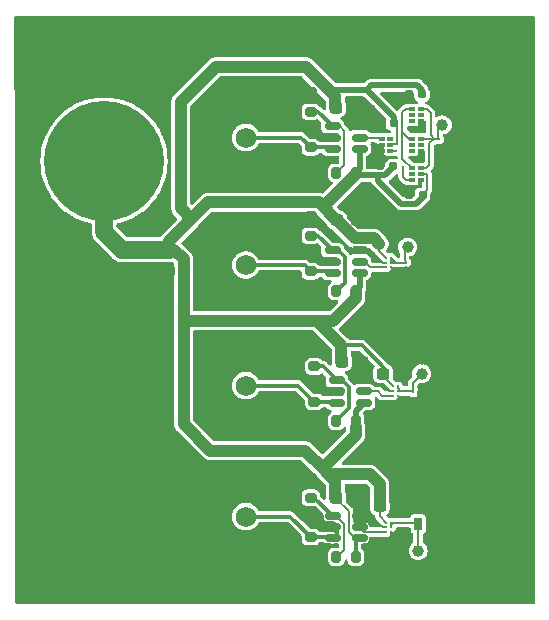
<source format=gbr>
%TF.GenerationSoftware,KiCad,Pcbnew,7.0.7*%
%TF.CreationDate,2024-02-20T21:30:14-08:00*%
%TF.ProjectId,GD_test,47445f74-6573-4742-9e6b-696361645f70,rev?*%
%TF.SameCoordinates,Original*%
%TF.FileFunction,Copper,L1,Top*%
%TF.FilePolarity,Positive*%
%FSLAX46Y46*%
G04 Gerber Fmt 4.6, Leading zero omitted, Abs format (unit mm)*
G04 Created by KiCad (PCBNEW 7.0.7) date 2024-02-20 21:30:14*
%MOMM*%
%LPD*%
G01*
G04 APERTURE LIST*
G04 Aperture macros list*
%AMRoundRect*
0 Rectangle with rounded corners*
0 $1 Rounding radius*
0 $2 $3 $4 $5 $6 $7 $8 $9 X,Y pos of 4 corners*
0 Add a 4 corners polygon primitive as box body*
4,1,4,$2,$3,$4,$5,$6,$7,$8,$9,$2,$3,0*
0 Add four circle primitives for the rounded corners*
1,1,$1+$1,$2,$3*
1,1,$1+$1,$4,$5*
1,1,$1+$1,$6,$7*
1,1,$1+$1,$8,$9*
0 Add four rect primitives between the rounded corners*
20,1,$1+$1,$2,$3,$4,$5,0*
20,1,$1+$1,$4,$5,$6,$7,0*
20,1,$1+$1,$6,$7,$8,$9,0*
20,1,$1+$1,$8,$9,$2,$3,0*%
%AMFreePoly0*
4,1,25,-1.500000,1.420000,-1.360000,1.280000,-1.205000,1.155000,-1.035000,1.045000,-0.860000,0.950000,-0.675000,0.875000,-0.480000,0.820000,-0.280000,0.780000,-0.085000,0.765000,0.085000,0.765000,0.280000,0.780000,0.480000,0.820000,0.675000,0.875000,0.860000,0.950000,1.035000,1.045000,1.205000,1.155000,1.360000,1.280000,1.500000,1.420000,1.645000,1.595000,3.555000,1.595000,
3.555000,-0.755000,-3.555000,-0.755000,-3.555000,1.595000,-1.645000,1.595000,-1.500000,1.420000,-1.500000,1.420000,$1*%
G04 Aperture macros list end*
%TA.AperFunction,SMDPad,CuDef*%
%ADD10R,3.350000X2.750000*%
%TD*%
%TA.AperFunction,SMDPad,CuDef*%
%ADD11R,3.750000X0.750000*%
%TD*%
%TA.AperFunction,SMDPad,CuDef*%
%ADD12R,0.650000X1.050000*%
%TD*%
%TA.AperFunction,SMDPad,CuDef*%
%ADD13RoundRect,0.237500X-0.237500X0.300000X-0.237500X-0.300000X0.237500X-0.300000X0.237500X0.300000X0*%
%TD*%
%TA.AperFunction,SMDPad,CuDef*%
%ADD14RoundRect,0.237500X-0.300000X-0.237500X0.300000X-0.237500X0.300000X0.237500X-0.300000X0.237500X0*%
%TD*%
%TA.AperFunction,SMDPad,CuDef*%
%ADD15O,0.180000X0.310000*%
%TD*%
%TA.AperFunction,SMDPad,CuDef*%
%ADD16O,0.180000X0.817000*%
%TD*%
%TA.AperFunction,SMDPad,CuDef*%
%ADD17RoundRect,0.155000X-0.212500X-0.155000X0.212500X-0.155000X0.212500X0.155000X-0.212500X0.155000X0*%
%TD*%
%TA.AperFunction,SMDPad,CuDef*%
%ADD18C,0.250000*%
%TD*%
%TA.AperFunction,SMDPad,CuDef*%
%ADD19RoundRect,0.200000X0.275000X-0.200000X0.275000X0.200000X-0.275000X0.200000X-0.275000X-0.200000X0*%
%TD*%
%TA.AperFunction,SMDPad,CuDef*%
%ADD20RoundRect,0.200000X0.200000X0.275000X-0.200000X0.275000X-0.200000X-0.275000X0.200000X-0.275000X0*%
%TD*%
%TA.AperFunction,ComponentPad*%
%ADD21C,10.160000*%
%TD*%
%TA.AperFunction,SMDPad,CuDef*%
%ADD22C,1.730000*%
%TD*%
%TA.AperFunction,SMDPad,CuDef*%
%ADD23FreePoly0,180.000000*%
%TD*%
%TA.AperFunction,SMDPad,CuDef*%
%ADD24FreePoly0,0.000000*%
%TD*%
%TA.AperFunction,SMDPad,CuDef*%
%ADD25RoundRect,0.155000X0.212500X0.155000X-0.212500X0.155000X-0.212500X-0.155000X0.212500X-0.155000X0*%
%TD*%
%TA.AperFunction,SMDPad,CuDef*%
%ADD26C,0.230000*%
%TD*%
%TA.AperFunction,SMDPad,CuDef*%
%ADD27R,0.520000X0.300000*%
%TD*%
%TA.AperFunction,SMDPad,CuDef*%
%ADD28RoundRect,0.200000X-0.275000X0.200000X-0.275000X-0.200000X0.275000X-0.200000X0.275000X0.200000X0*%
%TD*%
%TA.AperFunction,SMDPad,CuDef*%
%ADD29RoundRect,0.150000X-0.512500X-0.150000X0.512500X-0.150000X0.512500X0.150000X-0.512500X0.150000X0*%
%TD*%
%TA.AperFunction,ViaPad*%
%ADD30C,1.000000*%
%TD*%
%TA.AperFunction,ViaPad*%
%ADD31C,0.600000*%
%TD*%
%TA.AperFunction,ViaPad*%
%ADD32C,0.300000*%
%TD*%
%TA.AperFunction,Conductor*%
%ADD33C,0.200000*%
%TD*%
%TA.AperFunction,Conductor*%
%ADD34C,1.000000*%
%TD*%
%TA.AperFunction,Conductor*%
%ADD35C,0.500000*%
%TD*%
%TA.AperFunction,Conductor*%
%ADD36C,1.500000*%
%TD*%
%TA.AperFunction,Conductor*%
%ADD37C,0.300000*%
%TD*%
G04 APERTURE END LIST*
D10*
%TO.P,Q3,3*%
%TO.N,GND*%
X140550000Y-109250000D03*
D11*
%TO.P,Q3,1*%
X140000000Y-106750000D03*
D12*
%TO.P,Q3,2*%
%TO.N,Net-(U11-OUTH)*%
X138100000Y-109200000D03*
%TD*%
D13*
%TO.P,C1,1*%
%TO.N,+5V*%
X117000000Y-86050000D03*
%TO.P,C1,2*%
%TO.N,GND*%
X117000000Y-87775000D03*
%TD*%
D14*
%TO.P,C14,1*%
%TO.N,+5V*%
X134837500Y-107700000D03*
%TO.P,C14,2*%
%TO.N,GND*%
X136562500Y-107700000D03*
%TD*%
D15*
%TO.P,Q5,1,G*%
%TO.N,Net-(Q5-G)*%
X137700000Y-98047000D03*
%TO.P,Q5,2,S*%
%TO.N,GND*%
X137700000Y-98554000D03*
D16*
%TO.P,Q5,3,D*%
X138100000Y-98300000D03*
%TO.P,Q5,4,S*%
X138500000Y-98300000D03*
%TO.P,Q5,5,D*%
X138900000Y-98300000D03*
%TD*%
D14*
%TO.P,C12,1*%
%TO.N,+5V*%
X135137500Y-96500000D03*
%TO.P,C12,2*%
%TO.N,GND*%
X136862500Y-96500000D03*
%TD*%
D17*
%TO.P,C6,1*%
%TO.N,+5V*%
X134832500Y-85500000D03*
%TO.P,C6,2*%
%TO.N,GND*%
X135967500Y-85500000D03*
%TD*%
D18*
%TO.P,U9,A1,V_{DD}*%
%TO.N,+5V*%
X136000000Y-97550000D03*
%TO.P,U9,A2,OUTH*%
%TO.N,Net-(Q5-G)*%
X136400000Y-97550000D03*
%TO.P,U9,B1,GND*%
%TO.N,GND*%
X136000000Y-97950000D03*
%TO.P,U9,B2,OUTL*%
%TO.N,Net-(Q5-G)*%
X136400000Y-97950000D03*
%TO.P,U9,C1,IN+*%
%TO.N,Net-(U8-OUT)*%
X136000000Y-98350000D03*
%TO.P,U9,C2,IN-*%
%TO.N,GND*%
X136400000Y-98350000D03*
%TD*%
D19*
%TO.P,R3,1*%
%TO.N,Net-(U2--IN)*%
X129000000Y-84825000D03*
%TO.P,R3,2*%
%TO.N,GND*%
X129000000Y-83175000D03*
%TD*%
D20*
%TO.P,R11,1*%
%TO.N,+5V*%
X132825000Y-112000000D03*
%TO.P,R11,2*%
%TO.N,Net-(U10--IN)*%
X131175000Y-112000000D03*
%TD*%
D21*
%TO.P,J6,1,Pin_1*%
%TO.N,GND*%
X111500000Y-96000000D03*
%TD*%
D14*
%TO.P,C4,1*%
%TO.N,+5V*%
X131225000Y-83500000D03*
%TO.P,C4,2*%
%TO.N,GND*%
X132950000Y-83500000D03*
%TD*%
D22*
%TO.P,J2,1,In*%
%TO.N,/RF_IN_3*%
X123500000Y-97500000D03*
D23*
%TO.P,J2,2,Ext*%
%TO.N,GND*%
X123500000Y-94700000D03*
D24*
X123500000Y-100300000D03*
%TD*%
D25*
%TO.P,C8,1*%
%TO.N,+5V*%
X136017500Y-75300000D03*
%TO.P,C8,2*%
%TO.N,GND*%
X134882500Y-75300000D03*
%TD*%
D20*
%TO.P,R2,1*%
%TO.N,+5V*%
X132825000Y-89500000D03*
%TO.P,R2,2*%
%TO.N,Net-(U2--IN)*%
X131175000Y-89500000D03*
%TD*%
D26*
%TO.P,Q1,1,G*%
%TO.N,Net-(Q1-G)*%
X139900000Y-76650000D03*
%TO.P,Q1,2,S*%
%TO.N,GND*%
X139900000Y-77100000D03*
%TO.P,Q1,3,D*%
X140350000Y-76650000D03*
%TO.P,Q1,4,D*%
X140350000Y-77100000D03*
%TO.P,Q1,5,D*%
X140800000Y-76650000D03*
%TO.P,Q1,6,D*%
X140800000Y-77100000D03*
%TD*%
D25*
%TO.P,C7,1*%
%TO.N,+5V*%
X135967500Y-78950000D03*
%TO.P,C7,2*%
%TO.N,GND*%
X134832500Y-78950000D03*
%TD*%
D27*
%TO.P,U6,1,A1*%
%TO.N,/BUFF_OUT+*%
X137550000Y-76600000D03*
%TO.P,U6,2,GND*%
%TO.N,GND*%
X137550000Y-77100000D03*
%TO.P,U6,3,A2*%
%TO.N,/BUFF_OUT-*%
X137550000Y-77600000D03*
%TO.P,U6,4,Y2*%
%TO.N,GND*%
X138300000Y-77600000D03*
%TO.P,U6,5,VCC*%
%TO.N,+5V*%
X138300000Y-77100000D03*
%TO.P,U6,6,Y1*%
%TO.N,Net-(Q1-G)*%
X138300000Y-76600000D03*
%TD*%
D13*
%TO.P,C3,1*%
%TO.N,+5V*%
X112990000Y-86050000D03*
%TO.P,C3,2*%
%TO.N,GND*%
X112990000Y-87775000D03*
%TD*%
D18*
%TO.P,U11,A1,V_{DD}*%
%TO.N,+5V*%
X135400000Y-109100000D03*
%TO.P,U11,A2,OUTH*%
%TO.N,Net-(U11-OUTH)*%
X135800000Y-109100000D03*
%TO.P,U11,B1,GND*%
%TO.N,GND*%
X135400000Y-109500000D03*
%TO.P,U11,B2,OUTL*%
%TO.N,Net-(U11-OUTH)*%
X135800000Y-109500000D03*
%TO.P,U11,C1,IN+*%
%TO.N,Net-(U10-OUT)*%
X135400000Y-109900000D03*
%TO.P,U11,C2,IN-*%
%TO.N,GND*%
X135800000Y-109900000D03*
%TD*%
D19*
%TO.P,R12,1*%
%TO.N,Net-(U10--IN)*%
X129000000Y-107000000D03*
%TO.P,R12,2*%
%TO.N,GND*%
X129000000Y-105350000D03*
%TD*%
D27*
%TO.P,U3,1,A1*%
%TO.N,Net-(U3-A1)*%
X135000000Y-76600000D03*
%TO.P,U3,2,GND*%
%TO.N,GND*%
X135000000Y-77100000D03*
%TO.P,U3,3,A2*%
X135000000Y-77600000D03*
%TO.P,U3,4,Y2*%
%TO.N,/BUFF_OUT-*%
X135750000Y-77600000D03*
%TO.P,U3,5,VCC*%
%TO.N,+5V*%
X135750000Y-77100000D03*
%TO.P,U3,6,Y1*%
%TO.N,/BUFF_OUT+*%
X135750000Y-76600000D03*
%TD*%
D28*
%TO.P,R7,1*%
%TO.N,GND*%
X129300000Y-97225000D03*
%TO.P,R7,2*%
%TO.N,/RF_IN_3*%
X129300000Y-98875000D03*
%TD*%
D29*
%TO.P,U2,1,-IN*%
%TO.N,Net-(U2--IN)*%
X130862500Y-86050000D03*
%TO.P,U2,2,V-*%
%TO.N,GND*%
X130862500Y-87000000D03*
%TO.P,U2,3,+IN*%
%TO.N,/RF_IN_1*%
X130862500Y-87950000D03*
%TO.P,U2,4,V+*%
%TO.N,+5V*%
X133137500Y-87950000D03*
%TO.P,U2,5,OUT*%
%TO.N,Net-(U1-IN+)*%
X133137500Y-87000000D03*
%TO.P,U2,6,SHDN*%
%TO.N,GND*%
X133137500Y-86050000D03*
%TD*%
D13*
%TO.P,C2,1*%
%TO.N,+5V*%
X115000000Y-86050000D03*
%TO.P,C2,2*%
%TO.N,GND*%
X115000000Y-87775000D03*
%TD*%
D21*
%TO.P,J5,1,Pin_1*%
%TO.N,+5V*%
X111500000Y-78500000D03*
%TD*%
D19*
%TO.P,R6,1*%
%TO.N,Net-(U4--IN)*%
X129000000Y-74325000D03*
%TO.P,R6,2*%
%TO.N,GND*%
X129000000Y-72675000D03*
%TD*%
D29*
%TO.P,U4,1,-IN*%
%TO.N,Net-(U4--IN)*%
X130862500Y-75550000D03*
%TO.P,U4,2,V-*%
%TO.N,GND*%
X130862500Y-76500000D03*
%TO.P,U4,3,+IN*%
%TO.N,/RF_IN_2*%
X130862500Y-77450000D03*
%TO.P,U4,4,V+*%
%TO.N,+5V*%
X133137500Y-77450000D03*
%TO.P,U4,5,OUT*%
%TO.N,Net-(U3-A1)*%
X133137500Y-76500000D03*
%TO.P,U4,6,SHDN*%
%TO.N,GND*%
X133137500Y-75550000D03*
%TD*%
D14*
%TO.P,C16,1*%
%TO.N,+5V*%
X131137500Y-107000000D03*
%TO.P,C16,2*%
%TO.N,GND*%
X132862500Y-107000000D03*
%TD*%
D18*
%TO.P,U1,A1,V_{DD}*%
%TO.N,+5V*%
X135400000Y-86700000D03*
%TO.P,U1,A2,OUTH*%
%TO.N,Net-(Q2-G)*%
X135800000Y-86700000D03*
%TO.P,U1,B1,GND*%
%TO.N,GND*%
X135400000Y-87100000D03*
%TO.P,U1,B2,OUTL*%
%TO.N,Net-(Q2-G)*%
X135800000Y-87100000D03*
%TO.P,U1,C1,IN+*%
%TO.N,Net-(U1-IN+)*%
X135400000Y-87500000D03*
%TO.P,U1,C2,IN-*%
%TO.N,GND*%
X135800000Y-87500000D03*
%TD*%
D27*
%TO.P,U7,1,A1*%
%TO.N,/BUFF_OUT+*%
X137550000Y-79100000D03*
%TO.P,U7,2,GND*%
%TO.N,GND*%
X137550000Y-79600000D03*
%TO.P,U7,3,A2*%
%TO.N,/BUFF_OUT-*%
X137550000Y-80100000D03*
%TO.P,U7,4,Y2*%
%TO.N,GND*%
X138300000Y-80100000D03*
%TO.P,U7,5,VCC*%
%TO.N,+5V*%
X138300000Y-79600000D03*
%TO.P,U7,6,Y1*%
%TO.N,Net-(Q1-G)*%
X138300000Y-79100000D03*
%TD*%
D22*
%TO.P,J1,1,In*%
%TO.N,/RF_IN_1*%
X123500000Y-87300000D03*
D23*
%TO.P,J1,2,Ext*%
%TO.N,GND*%
X123500000Y-84500000D03*
D24*
X123500000Y-90100000D03*
%TD*%
D29*
%TO.P,U8,1,-IN*%
%TO.N,Net-(U8--IN)*%
X131225000Y-97050000D03*
%TO.P,U8,2,V-*%
%TO.N,GND*%
X131225000Y-98000000D03*
%TO.P,U8,3,+IN*%
%TO.N,/RF_IN_3*%
X131225000Y-98950000D03*
%TO.P,U8,4,V+*%
%TO.N,+5V*%
X133500000Y-98950000D03*
%TO.P,U8,5,OUT*%
%TO.N,Net-(U8-OUT)*%
X133500000Y-98000000D03*
%TO.P,U8,6,SHDN*%
%TO.N,GND*%
X133500000Y-97050000D03*
%TD*%
D26*
%TO.P,Q2,1,G*%
%TO.N,Net-(Q2-G)*%
X137100000Y-87050000D03*
%TO.P,Q2,2,S*%
%TO.N,GND*%
X137100000Y-87500000D03*
%TO.P,Q2,3,D*%
X137550000Y-87050000D03*
%TO.P,Q2,4,D*%
X137550000Y-87500000D03*
%TO.P,Q2,5,D*%
X138000000Y-87050000D03*
%TO.P,Q2,6,D*%
X138000000Y-87500000D03*
%TD*%
D22*
%TO.P,J3,1,In*%
%TO.N,/RF_IN_4*%
X123500000Y-108600000D03*
D23*
%TO.P,J3,2,Ext*%
%TO.N,GND*%
X123500000Y-105800000D03*
D24*
X123500000Y-111400000D03*
%TD*%
D25*
%TO.P,C9,1*%
%TO.N,+5V*%
X138417500Y-72850000D03*
%TO.P,C9,2*%
%TO.N,GND*%
X137282500Y-72850000D03*
%TD*%
D29*
%TO.P,U10,1,-IN*%
%TO.N,Net-(U10--IN)*%
X130862500Y-108550000D03*
%TO.P,U10,2,V-*%
%TO.N,GND*%
X130862500Y-109500000D03*
%TO.P,U10,3,+IN*%
%TO.N,/RF_IN_4*%
X130862500Y-110450000D03*
%TO.P,U10,4,V+*%
%TO.N,+5V*%
X133137500Y-110450000D03*
%TO.P,U10,5,OUT*%
%TO.N,Net-(U10-OUT)*%
X133137500Y-109500000D03*
%TO.P,U10,6,SHDN*%
%TO.N,GND*%
X133137500Y-108550000D03*
%TD*%
D28*
%TO.P,R1,1*%
%TO.N,GND*%
X129000000Y-86175000D03*
%TO.P,R1,2*%
%TO.N,/RF_IN_1*%
X129000000Y-87825000D03*
%TD*%
D27*
%TO.P,U5,1,A1*%
%TO.N,/BUFF_OUT+*%
X137550000Y-74100000D03*
%TO.P,U5,2,GND*%
%TO.N,GND*%
X137550000Y-74600000D03*
%TO.P,U5,3,A2*%
%TO.N,/BUFF_OUT-*%
X137550000Y-75100000D03*
%TO.P,U5,4,Y2*%
%TO.N,GND*%
X138300000Y-75100000D03*
%TO.P,U5,5,VCC*%
%TO.N,+5V*%
X138300000Y-74600000D03*
%TO.P,U5,6,Y1*%
%TO.N,Net-(Q1-G)*%
X138300000Y-74100000D03*
%TD*%
D19*
%TO.P,R9,1*%
%TO.N,Net-(U8--IN)*%
X129300000Y-95875000D03*
%TO.P,R9,2*%
%TO.N,GND*%
X129300000Y-94225000D03*
%TD*%
D14*
%TO.P,C15,1*%
%TO.N,+5V*%
X131637500Y-95500000D03*
%TO.P,C15,2*%
%TO.N,GND*%
X133362500Y-95500000D03*
%TD*%
D20*
%TO.P,R5,1*%
%TO.N,+5V*%
X132825000Y-79500000D03*
%TO.P,R5,2*%
%TO.N,Net-(U4--IN)*%
X131175000Y-79500000D03*
%TD*%
D25*
%TO.P,C17,1*%
%TO.N,+5V*%
X138467500Y-81350000D03*
%TO.P,C17,2*%
%TO.N,GND*%
X137332500Y-81350000D03*
%TD*%
D14*
%TO.P,C10,1*%
%TO.N,+5V*%
X131137500Y-74000000D03*
%TO.P,C10,2*%
%TO.N,GND*%
X132862500Y-74000000D03*
%TD*%
D28*
%TO.P,R4,1*%
%TO.N,GND*%
X129000000Y-75675000D03*
%TO.P,R4,2*%
%TO.N,/RF_IN_2*%
X129000000Y-77325000D03*
%TD*%
%TO.P,R10,1*%
%TO.N,GND*%
X129000000Y-108675000D03*
%TO.P,R10,2*%
%TO.N,/RF_IN_4*%
X129000000Y-110325000D03*
%TD*%
D22*
%TO.P,J4,1,In*%
%TO.N,/RF_IN_2*%
X123500000Y-76500000D03*
D23*
%TO.P,J4,2,Ext*%
%TO.N,GND*%
X123500000Y-73700000D03*
D24*
X123500000Y-79300000D03*
%TD*%
D20*
%TO.P,R8,1*%
%TO.N,+5V*%
X132825000Y-100500000D03*
%TO.P,R8,2*%
%TO.N,Net-(U8--IN)*%
X131175000Y-100500000D03*
%TD*%
D30*
%TO.N,Net-(U11-OUTH)*%
X138100000Y-111500000D03*
%TO.N,GND*%
X137800000Y-105500000D03*
X140900000Y-105500000D03*
D31*
X141600000Y-110600000D03*
X139800000Y-110600000D03*
X141000000Y-110600000D03*
X140400000Y-110600000D03*
X139200000Y-110600000D03*
X141600000Y-110000000D03*
X139800000Y-110000000D03*
X141000000Y-110000000D03*
X140400000Y-110000000D03*
X139200000Y-110000000D03*
X141600000Y-109400000D03*
X139800000Y-109400000D03*
X141000000Y-109400000D03*
X140400000Y-109400000D03*
X139200000Y-109400000D03*
X141600000Y-108800000D03*
X139800000Y-108800000D03*
X141000000Y-108800000D03*
X140400000Y-108800000D03*
X139200000Y-108800000D03*
X141600000Y-108200000D03*
X141000000Y-108200000D03*
X140400000Y-108200000D03*
X139800000Y-108200000D03*
X139200000Y-108200000D03*
X138300000Y-107100000D03*
X139000000Y-107100000D03*
X139700000Y-107100000D03*
X140400000Y-107100000D03*
X141100000Y-107100000D03*
X141800000Y-107100000D03*
X141800000Y-106500000D03*
X141100000Y-106500000D03*
X140400000Y-106500000D03*
X139700000Y-106500000D03*
X139000000Y-106500000D03*
X138300000Y-106500000D03*
D32*
%TO.N,+5V*%
X138300000Y-74600000D03*
D31*
X136000000Y-75300000D03*
D32*
X138300000Y-77100000D03*
D31*
X138400000Y-72850000D03*
X136000000Y-78950000D03*
D32*
%TO.N,GND*%
X140700000Y-77475000D03*
X138900000Y-97600000D03*
X139900000Y-77475000D03*
D30*
X125800000Y-115100000D03*
X133700000Y-81300000D03*
D32*
X133500000Y-75400000D03*
D30*
X131800000Y-70100000D03*
X120500000Y-85500000D03*
X113800000Y-70100000D03*
D32*
X130400000Y-109600000D03*
D30*
X104800000Y-88100000D03*
X125400000Y-78300000D03*
X104800000Y-67100000D03*
X104800000Y-100100000D03*
X124300000Y-73600000D03*
D32*
X138200000Y-86600000D03*
D30*
X137250000Y-84450000D03*
X126500000Y-110500000D03*
X104800000Y-70100000D03*
X104800000Y-73100000D03*
X121700000Y-79400000D03*
X120500000Y-94600000D03*
X120600000Y-78300000D03*
D32*
X131600000Y-97800000D03*
D30*
X121600000Y-95700000D03*
X121600000Y-105700000D03*
X143800000Y-100100000D03*
D32*
X138500000Y-99000000D03*
D30*
X125400000Y-90300000D03*
D31*
X129000000Y-83175000D03*
D32*
X135000000Y-109400000D03*
D30*
X140800000Y-112100000D03*
X146800000Y-88100000D03*
X143800000Y-103100000D03*
D32*
X136700000Y-98500000D03*
D30*
X104800000Y-106100000D03*
X140800000Y-85100000D03*
D32*
X139300000Y-99000000D03*
D30*
X125300000Y-95700000D03*
X107800000Y-109100000D03*
X134800000Y-70100000D03*
D32*
X140300000Y-77475000D03*
D30*
X143800000Y-112100000D03*
X126500000Y-89200000D03*
X134800000Y-91700000D03*
D32*
X140700000Y-76275000D03*
D31*
X136862500Y-96500000D03*
D30*
X143800000Y-67100000D03*
X120500000Y-106800000D03*
X110800000Y-88100000D03*
X135000000Y-82600000D03*
X140800000Y-94100000D03*
D32*
X131300000Y-87200000D03*
D30*
X143800000Y-70100000D03*
X126400000Y-85500000D03*
X125400000Y-79400000D03*
X122800000Y-67100000D03*
X120600000Y-79400000D03*
D32*
X133100000Y-75700000D03*
D30*
X137800000Y-100100000D03*
D32*
X140300000Y-76275000D03*
D30*
X120600000Y-100400000D03*
D32*
X141100000Y-76675000D03*
D30*
X107800000Y-103100000D03*
X125400000Y-111600000D03*
X146800000Y-67100000D03*
X125400000Y-74700000D03*
D32*
X130800000Y-109600000D03*
D30*
X126500000Y-79400000D03*
X113800000Y-103100000D03*
X116800000Y-112100000D03*
D31*
X129000000Y-105350000D03*
D32*
X130900000Y-86800000D03*
D30*
X121700000Y-100400000D03*
D32*
X138300000Y-80100000D03*
X130500000Y-86800000D03*
X139300000Y-98100000D03*
D30*
X143800000Y-94100000D03*
D32*
X133500000Y-85800000D03*
X130800000Y-98100000D03*
D30*
X125400000Y-89200000D03*
X126500000Y-100400000D03*
X122700000Y-105700000D03*
X129000000Y-90400000D03*
X128800000Y-112100000D03*
X146800000Y-82100000D03*
D32*
X132700000Y-86200000D03*
X133500000Y-108400000D03*
D30*
X125800000Y-67100000D03*
X134800000Y-100100000D03*
D32*
X135600000Y-97900000D03*
D30*
X119800000Y-115100000D03*
X121700000Y-73600000D03*
D32*
X138400000Y-87000000D03*
D30*
X121700000Y-111600000D03*
X140800000Y-67100000D03*
X126400000Y-95700000D03*
X126500000Y-111600000D03*
X107800000Y-70100000D03*
X120500000Y-95700000D03*
X107800000Y-106100000D03*
D32*
X137550000Y-79600000D03*
D30*
X104800000Y-97100000D03*
D32*
X138600000Y-86600000D03*
D30*
X116800000Y-106100000D03*
X140800000Y-91100000D03*
X140800000Y-97100000D03*
X113800000Y-106100000D03*
X146800000Y-91100000D03*
X140800000Y-103100000D03*
X140800000Y-73100000D03*
D32*
X137400000Y-86600000D03*
D30*
X122800000Y-115100000D03*
X125400000Y-110500000D03*
D32*
X138100000Y-97600000D03*
D30*
X131800000Y-67100000D03*
X107800000Y-115100000D03*
X113800000Y-115100000D03*
X125400000Y-100400000D03*
D32*
X133500000Y-97200000D03*
D30*
X125300000Y-105700000D03*
D32*
X137800000Y-86600000D03*
X130900000Y-76600000D03*
X133500000Y-75700000D03*
X133100000Y-96900000D03*
D30*
X122700000Y-94600000D03*
X104800000Y-103100000D03*
X134800000Y-89500000D03*
D32*
X133500000Y-108700000D03*
D31*
X132900000Y-107000000D03*
D32*
X130500000Y-87200000D03*
D30*
X146800000Y-76100000D03*
X146800000Y-97100000D03*
D31*
X133000000Y-83500000D03*
D32*
X131200000Y-109600000D03*
D30*
X126500000Y-78300000D03*
X126400000Y-105700000D03*
X143800000Y-79100000D03*
X110800000Y-109100000D03*
X146800000Y-115100000D03*
X124200000Y-94600000D03*
D32*
X135900000Y-110100000D03*
X138600000Y-87900000D03*
D30*
X126500000Y-90300000D03*
D32*
X132700000Y-108700000D03*
X133100000Y-97200000D03*
D30*
X121700000Y-74700000D03*
X104800000Y-91100000D03*
X116800000Y-109100000D03*
X120500000Y-84400000D03*
X122700000Y-84400000D03*
X121700000Y-89200000D03*
X137000000Y-112000000D03*
X124300000Y-100400000D03*
X125400000Y-99300000D03*
D32*
X137000000Y-87900000D03*
X131600000Y-98100000D03*
X137800000Y-87900000D03*
D30*
X117000000Y-87775000D03*
D31*
X133400000Y-95500000D03*
D30*
X116800000Y-67100000D03*
D31*
X129000000Y-108675000D03*
D30*
X124200000Y-105700000D03*
X116800000Y-103100000D03*
D31*
X134850000Y-78950000D03*
D32*
X131300000Y-76600000D03*
X133100000Y-85800000D03*
D30*
X120600000Y-73600000D03*
D32*
X136000000Y-87800000D03*
D30*
X104800000Y-94100000D03*
X121600000Y-85500000D03*
X104800000Y-82100000D03*
D32*
X133900000Y-96900000D03*
D31*
X129300000Y-94200000D03*
D30*
X143800000Y-76250000D03*
X143800000Y-73100000D03*
X129300000Y-101600000D03*
D32*
X131300000Y-86800000D03*
D30*
X120600000Y-111600000D03*
D31*
X136000000Y-85500000D03*
D30*
X107800000Y-88100000D03*
X137800000Y-115100000D03*
D32*
X138900000Y-99000000D03*
D30*
X146800000Y-103100000D03*
D32*
X137400000Y-87900000D03*
X138500000Y-97600000D03*
D31*
X134900000Y-75300000D03*
D30*
X146800000Y-85100000D03*
X146800000Y-70100000D03*
X126400000Y-94600000D03*
D32*
X141100000Y-76275000D03*
X133100000Y-108700000D03*
X141100000Y-77475000D03*
X132700000Y-75400000D03*
D30*
X104800000Y-109100000D03*
D31*
X129000000Y-86175000D03*
D30*
X104800000Y-79100000D03*
D32*
X138300000Y-77600000D03*
X132700000Y-85800000D03*
X139300000Y-98500000D03*
D31*
X129000000Y-72700000D03*
D30*
X140800000Y-115100000D03*
D32*
X130500000Y-76600000D03*
X139500000Y-77475000D03*
X131200000Y-109300000D03*
D31*
X137300000Y-72850000D03*
D30*
X125300000Y-106800000D03*
X134800000Y-103100000D03*
X110800000Y-103100000D03*
D32*
X130800000Y-109300000D03*
D30*
X104800000Y-76100000D03*
X146800000Y-106100000D03*
X126500000Y-73600000D03*
X146800000Y-100100000D03*
X125300000Y-84400000D03*
X120600000Y-90300000D03*
D32*
X133500000Y-86200000D03*
X130500000Y-76300000D03*
X138400000Y-87500000D03*
X133100000Y-86200000D03*
D30*
X120500000Y-105700000D03*
D31*
X134200000Y-74000000D03*
D32*
X131200000Y-98100000D03*
D30*
X122800000Y-90300000D03*
X128800000Y-115100000D03*
D31*
X137300000Y-81350000D03*
D30*
X140800000Y-88100000D03*
X115000000Y-87750000D03*
X140800000Y-70050000D03*
X120600000Y-99300000D03*
X124200000Y-84400000D03*
X146800000Y-109100000D03*
X116800000Y-115100000D03*
X137800000Y-91100000D03*
D32*
X138100000Y-99000000D03*
X130400000Y-109300000D03*
D30*
X125300000Y-85500000D03*
D32*
X133100000Y-75400000D03*
D30*
X138400000Y-95250000D03*
X110800000Y-70100000D03*
X124300000Y-90300000D03*
X137800000Y-103100000D03*
X113800000Y-112100000D03*
X134800000Y-67100000D03*
X122800000Y-111600000D03*
X143800000Y-97100000D03*
D31*
X129300000Y-97200000D03*
D32*
X141100000Y-77075000D03*
X135000000Y-77100000D03*
X138300000Y-75100000D03*
D30*
X122800000Y-100400000D03*
X107800000Y-85100000D03*
X134800000Y-115100000D03*
X137800000Y-67100000D03*
X146800000Y-112100000D03*
X116800000Y-91100000D03*
X110800000Y-115100000D03*
D32*
X133100000Y-108400000D03*
D30*
X110800000Y-112100000D03*
X140800000Y-100100000D03*
X143800000Y-106100000D03*
X121600000Y-106800000D03*
X110800000Y-67100000D03*
X146800000Y-73100000D03*
X124300000Y-111600000D03*
X121600000Y-84400000D03*
D32*
X137550000Y-77100000D03*
D30*
X134800000Y-94100000D03*
X120600000Y-74700000D03*
X120600000Y-89200000D03*
D32*
X135000000Y-77600000D03*
D30*
X116800000Y-70100000D03*
X122800000Y-79400000D03*
X126400000Y-84400000D03*
D32*
X131300000Y-76300000D03*
D30*
X131800000Y-115100000D03*
D32*
X139300000Y-97600000D03*
D30*
X120600000Y-110500000D03*
D31*
X132900000Y-74000000D03*
D30*
X107800000Y-112100000D03*
D32*
X135050000Y-87050500D03*
X132700000Y-108400000D03*
D31*
X129000000Y-75675000D03*
D30*
X134800000Y-112100000D03*
X146800000Y-94100000D03*
X116800000Y-100100000D03*
X141550000Y-75400000D03*
X104800000Y-115100000D03*
X143800000Y-115100000D03*
X104800000Y-85100000D03*
X121600000Y-94600000D03*
D32*
X130900000Y-87200000D03*
D30*
X113800000Y-109100000D03*
X129000000Y-80200000D03*
X143800000Y-85100000D03*
X140800000Y-82100000D03*
D32*
X137550000Y-74600000D03*
D30*
X143800000Y-82100000D03*
X143800000Y-91100000D03*
D32*
X133500000Y-96900000D03*
D30*
X137750000Y-70100000D03*
X110800000Y-106100000D03*
D31*
X136762500Y-107900000D03*
D30*
X126500000Y-74700000D03*
X113800000Y-67100000D03*
X125300000Y-94600000D03*
X119800000Y-67100000D03*
X125400000Y-73600000D03*
X126500000Y-99300000D03*
X122800000Y-73600000D03*
D32*
X131200000Y-97800000D03*
D30*
X113000000Y-87750000D03*
X124300000Y-79400000D03*
D32*
X130900000Y-76300000D03*
D30*
X107800000Y-67100000D03*
X128800000Y-67100000D03*
D32*
X132700000Y-75700000D03*
D30*
X143800000Y-109100000D03*
D32*
X130800000Y-97800000D03*
D30*
X121700000Y-90300000D03*
D32*
X138200000Y-87900000D03*
D30*
X126400000Y-106800000D03*
X121700000Y-110500000D03*
D32*
X133900000Y-97200000D03*
D30*
X104800000Y-112100000D03*
X121700000Y-99300000D03*
X121700000Y-78300000D03*
X146800000Y-79100000D03*
X143800000Y-88100000D03*
%TO.N,Net-(Q1-G)*%
X140135804Y-75441517D03*
D32*
%TO.N,/BUFF_OUT-*%
X136832155Y-79017845D03*
X136200500Y-77600000D03*
X137550000Y-75100000D03*
X137550000Y-77600000D03*
%TO.N,/BUFF_OUT+*%
X135750000Y-76600000D03*
X136759500Y-76000000D03*
D30*
%TO.N,Net-(Q2-G)*%
X137200000Y-85800000D03*
%TO.N,Net-(Q5-G)*%
X138400000Y-96500000D03*
%TD*%
D33*
%TO.N,Net-(U11-OUTH)*%
X138100000Y-111500000D02*
X138100000Y-109200000D01*
%TO.N,+5V*%
X134837500Y-108537500D02*
X134837500Y-107700000D01*
X135400000Y-109100000D02*
X134837500Y-108537500D01*
D34*
X134837500Y-105837500D02*
X134837500Y-107700000D01*
X134000000Y-105000000D02*
X134837500Y-105837500D01*
D33*
%TO.N,Net-(U11-OUTH)*%
X135800000Y-109300000D02*
X136000000Y-109100000D01*
X135800000Y-109500000D02*
X135800000Y-109300000D01*
X136000000Y-109100000D02*
X138000000Y-109100000D01*
X135800000Y-109100000D02*
X136000000Y-109100000D01*
X138000000Y-109100000D02*
X138100000Y-109200000D01*
X135800000Y-109500000D02*
X135800000Y-109100000D01*
%TO.N,GND*%
X135800000Y-110000000D02*
X135900000Y-110100000D01*
X135800000Y-109900000D02*
X135800000Y-110000000D01*
D34*
%TO.N,+5V*%
X117450000Y-86000000D02*
X118250000Y-86800000D01*
X117000000Y-85290000D02*
X118895000Y-83395000D01*
X120990000Y-70500000D02*
X128572792Y-70500000D01*
D33*
X135800000Y-77050000D02*
X136310000Y-77050000D01*
D35*
X138040000Y-72090000D02*
X138400000Y-72450000D01*
X133724265Y-72463604D02*
X136017500Y-74756839D01*
D36*
X111500000Y-84510000D02*
X112990000Y-86000000D01*
D35*
X133137500Y-87950000D02*
X133137500Y-89187500D01*
D34*
X132825000Y-101675000D02*
X132825000Y-101050000D01*
D35*
X133137500Y-77450000D02*
X133137500Y-79187500D01*
X133724265Y-72463604D02*
X134097869Y-72090000D01*
D34*
X120290000Y-82000000D02*
X129675000Y-82000000D01*
X131587500Y-94087500D02*
X131587500Y-95500000D01*
D35*
X138400000Y-72450000D02*
X138400000Y-72850000D01*
D36*
X111500000Y-78500000D02*
X109500000Y-80500000D01*
D34*
X129837500Y-82162500D02*
X130260292Y-82162500D01*
X118000000Y-73490000D02*
X120990000Y-70500000D01*
X129500000Y-92000000D02*
X130922792Y-92000000D01*
D35*
X135295599Y-79710000D02*
X134700000Y-79710000D01*
D34*
X118000000Y-82500000D02*
X118000000Y-73490000D01*
D37*
X131587500Y-94087500D02*
X133318350Y-94087500D01*
D35*
X135967500Y-78950000D02*
X135967500Y-79038099D01*
D33*
X133137500Y-110450000D02*
X132750000Y-110450000D01*
D35*
X134700000Y-80150000D02*
X136660000Y-82110000D01*
D34*
X130922792Y-92000000D02*
X132825000Y-90097792D01*
D35*
X134700000Y-79710000D02*
X133035000Y-79710000D01*
X130536396Y-72463604D02*
X133724265Y-72463604D01*
X136017500Y-74756839D02*
X136017500Y-75300000D01*
D34*
X118250000Y-86800000D02*
X118250000Y-92000000D01*
D35*
X137890000Y-82110000D02*
X138467500Y-81532500D01*
D33*
X135750000Y-77100000D02*
X135800000Y-77050000D01*
D34*
X117000000Y-86000000D02*
X117000000Y-85290000D01*
X130500000Y-105000000D02*
X131087500Y-105587500D01*
X118250000Y-92000000D02*
X129500000Y-92000000D01*
D35*
X133137500Y-79187500D02*
X132825000Y-79500000D01*
D37*
X132825000Y-110762500D02*
X133137500Y-110450000D01*
D33*
X135402500Y-96500000D02*
X135402500Y-96952500D01*
D34*
X132736675Y-85050000D02*
X134352500Y-85050000D01*
X131087500Y-105587500D02*
X131087500Y-107000000D01*
D33*
X134802500Y-86102500D02*
X135400000Y-86700000D01*
D34*
X130000000Y-104500000D02*
X132825000Y-101675000D01*
D33*
X138860000Y-79650000D02*
X138860000Y-80957500D01*
D35*
X134097869Y-72090000D02*
X138040000Y-72090000D01*
D33*
X136310000Y-77050000D02*
X136310000Y-75592500D01*
D36*
X109500000Y-80500000D02*
X109500000Y-82000000D01*
D33*
X135402500Y-96952500D02*
X135975000Y-97525000D01*
D35*
X136660000Y-82110000D02*
X137890000Y-82110000D01*
D34*
X118895000Y-83395000D02*
X120290000Y-82000000D01*
D33*
X138810000Y-79600000D02*
X138860000Y-79650000D01*
X134802500Y-85500000D02*
X134802500Y-86102500D01*
D34*
X129500000Y-92000000D02*
X131587500Y-94087500D01*
D35*
X133035000Y-79710000D02*
X132825000Y-79500000D01*
X133137500Y-89187500D02*
X132825000Y-89500000D01*
D34*
X132825000Y-79597792D02*
X132825000Y-79500000D01*
D33*
X132200000Y-108112500D02*
X131087500Y-107000000D01*
X132750000Y-110450000D02*
X132200000Y-109900000D01*
D34*
X129837500Y-82162500D02*
X131175000Y-83500000D01*
D37*
X133318350Y-94087500D02*
X135402500Y-96171650D01*
D34*
X112990000Y-79990000D02*
X111500000Y-78500000D01*
X117000000Y-86000000D02*
X117450000Y-86000000D01*
X134352500Y-85050000D02*
X134802500Y-85500000D01*
X118250000Y-92000000D02*
X118250000Y-100760000D01*
X129675000Y-82000000D02*
X129837500Y-82162500D01*
X132825000Y-90097792D02*
X132825000Y-89500000D01*
D33*
X136310000Y-75592500D02*
X136017500Y-75300000D01*
D34*
X130500000Y-105000000D02*
X134000000Y-105000000D01*
X130536396Y-72463604D02*
X131087500Y-73014708D01*
D35*
X132825000Y-99625000D02*
X133500000Y-98950000D01*
X134700000Y-79710000D02*
X134700000Y-80150000D01*
D36*
X117000000Y-86000000D02*
X112990000Y-86000000D01*
D35*
X138467500Y-81532500D02*
X138467500Y-81350000D01*
X135967500Y-79038099D02*
X135295599Y-79710000D01*
D34*
X120490000Y-103000000D02*
X128500000Y-103000000D01*
D33*
X132200000Y-109900000D02*
X132200000Y-108112500D01*
D34*
X130000000Y-104500000D02*
X130500000Y-105000000D01*
D33*
X138300000Y-79600000D02*
X138810000Y-79600000D01*
D34*
X128572792Y-70500000D02*
X130536396Y-72463604D01*
X130260292Y-82162500D02*
X132825000Y-79597792D01*
X128500000Y-103000000D02*
X130000000Y-104500000D01*
X118895000Y-83395000D02*
X118000000Y-82500000D01*
X131175000Y-83500000D02*
X131186675Y-83500000D01*
D35*
X132825000Y-100500000D02*
X132825000Y-99625000D01*
D34*
X131087500Y-73014708D02*
X131087500Y-74000000D01*
D33*
X138860000Y-80957500D02*
X138467500Y-81350000D01*
D34*
X131186675Y-83500000D02*
X132736675Y-85050000D01*
X118250000Y-100760000D02*
X120490000Y-103000000D01*
D37*
X135402500Y-96171650D02*
X135402500Y-96500000D01*
D36*
X111500000Y-78500000D02*
X111500000Y-84510000D01*
D37*
X132825000Y-112000000D02*
X132825000Y-110762500D01*
D33*
%TO.N,GND*%
X135099500Y-87100000D02*
X135400000Y-87100000D01*
X135050000Y-87050500D02*
X135099500Y-87100000D01*
X135650000Y-97950000D02*
X135600000Y-97900000D01*
X136000000Y-97950000D02*
X135650000Y-97950000D01*
X135100000Y-109500000D02*
X135400000Y-109500000D01*
X135000000Y-109400000D02*
X135100000Y-109500000D01*
D37*
%TO.N,/RF_IN_1*%
X128475000Y-87300000D02*
X129000000Y-87825000D01*
X129000000Y-87825000D02*
X130737500Y-87825000D01*
X130737500Y-87825000D02*
X130862500Y-87950000D01*
X123500000Y-87300000D02*
X128475000Y-87300000D01*
%TO.N,/RF_IN_3*%
X129300000Y-98875000D02*
X131150000Y-98875000D01*
X127925000Y-97500000D02*
X129300000Y-98875000D01*
X123500000Y-97500000D02*
X127925000Y-97500000D01*
X131150000Y-98875000D02*
X131225000Y-98950000D01*
%TO.N,/RF_IN_4*%
X130737500Y-110325000D02*
X130862500Y-110450000D01*
X129000000Y-110325000D02*
X130737500Y-110325000D01*
X123500000Y-108600000D02*
X127275000Y-108600000D01*
X127275000Y-108600000D02*
X129000000Y-110325000D01*
%TO.N,/RF_IN_2*%
X130737500Y-77325000D02*
X130862500Y-77450000D01*
X123500000Y-76500000D02*
X128175000Y-76500000D01*
X128175000Y-76500000D02*
X129000000Y-77325000D01*
X129000000Y-77325000D02*
X130737500Y-77325000D01*
D33*
%TO.N,Net-(Q1-G)*%
X139900000Y-76650000D02*
X139785000Y-76535000D01*
X139150000Y-74440000D02*
X139150000Y-76300000D01*
X138300000Y-76600000D02*
X139450000Y-76600000D01*
X139050000Y-78800000D02*
X139050000Y-77000000D01*
X139850000Y-76600000D02*
X139900000Y-76650000D01*
X138300000Y-79100000D02*
X138750000Y-79100000D01*
X138750000Y-79100000D02*
X139050000Y-78800000D01*
X139450000Y-76600000D02*
X139850000Y-76600000D01*
X139785000Y-75792321D02*
X140135804Y-75441517D01*
X138300000Y-74100000D02*
X138810000Y-74100000D01*
X138810000Y-74100000D02*
X139150000Y-74440000D01*
X139785000Y-76535000D02*
X139785000Y-75792321D01*
X139050000Y-77000000D02*
X139450000Y-76600000D01*
X139150000Y-76300000D02*
X139450000Y-76600000D01*
D37*
%TO.N,Net-(U2--IN)*%
X131875000Y-86575000D02*
X131350000Y-86050000D01*
X129000000Y-84825000D02*
X129637500Y-84825000D01*
X129637500Y-84825000D02*
X130862500Y-86050000D01*
X131350000Y-86050000D02*
X130862500Y-86050000D01*
X131875000Y-88800000D02*
X131875000Y-86575000D01*
X131175000Y-89500000D02*
X131875000Y-88800000D01*
D33*
%TO.N,Net-(U4--IN)*%
X130862500Y-75550000D02*
X131450000Y-75550000D01*
X131825000Y-78850000D02*
X131175000Y-79500000D01*
D37*
X129637500Y-74325000D02*
X130862500Y-75550000D01*
X129000000Y-74325000D02*
X129637500Y-74325000D01*
D33*
X131825000Y-75925000D02*
X131825000Y-78850000D01*
X131450000Y-75550000D02*
X131825000Y-75925000D01*
D37*
%TO.N,Net-(U8--IN)*%
X132237500Y-99437500D02*
X132237500Y-97642893D01*
X132237500Y-97642893D02*
X131644607Y-97050000D01*
X129300000Y-95875000D02*
X130050000Y-95875000D01*
X130050000Y-95875000D02*
X131225000Y-97050000D01*
X131644607Y-97050000D02*
X131225000Y-97050000D01*
X131175000Y-100500000D02*
X132237500Y-99437500D01*
D33*
%TO.N,Net-(U10--IN)*%
X130862500Y-108550000D02*
X131144975Y-108550000D01*
X131800000Y-109230026D02*
X131800000Y-111425000D01*
D37*
X129312500Y-107000000D02*
X130862500Y-108550000D01*
X131282107Y-108550000D02*
X130862500Y-108550000D01*
D33*
X131144975Y-108550000D02*
X131800000Y-109205025D01*
D37*
X129000000Y-107000000D02*
X129312500Y-107000000D01*
D33*
X131800000Y-111450000D02*
X131250000Y-112000000D01*
%TO.N,Net-(U1-IN+)*%
X135400000Y-87500000D02*
X133986396Y-87500000D01*
X133986396Y-87500000D02*
X133486396Y-87000000D01*
X133486396Y-87000000D02*
X133137500Y-87000000D01*
%TO.N,Net-(U3-A1)*%
X133137500Y-76500000D02*
X134900000Y-76500000D01*
X134900000Y-76500000D02*
X135000000Y-76600000D01*
%TO.N,/BUFF_OUT-*%
X136832155Y-79017845D02*
X136832155Y-79832155D01*
X137100000Y-80100000D02*
X137550000Y-80100000D01*
X135750000Y-77600000D02*
X136200500Y-77600000D01*
X136832155Y-79832155D02*
X137100000Y-80100000D01*
%TO.N,/BUFF_OUT+*%
X137359500Y-76600000D02*
X137550000Y-76600000D01*
X136759500Y-74380500D02*
X137040000Y-74100000D01*
X136759500Y-76000000D02*
X136759500Y-78309500D01*
X137040000Y-74100000D02*
X137550000Y-74100000D01*
X136759500Y-76000000D02*
X137359500Y-76600000D01*
X136759500Y-76000000D02*
X136759500Y-74380500D01*
X136759500Y-78309500D02*
X137550000Y-79100000D01*
%TO.N,Net-(U8-OUT)*%
X134700000Y-98000000D02*
X133500000Y-98000000D01*
X135050000Y-98350000D02*
X134700000Y-98000000D01*
X136000000Y-98350000D02*
X135050000Y-98350000D01*
%TO.N,Net-(U10-OUT)*%
X133537500Y-109900000D02*
X134500000Y-109900000D01*
X133137500Y-109500000D02*
X133537500Y-109900000D01*
X134500000Y-109900000D02*
X135400000Y-109900000D01*
%TO.N,Net-(Q2-G)*%
X136000000Y-86900000D02*
X136200000Y-87100000D01*
X137100000Y-87050000D02*
X136950000Y-86900000D01*
X135800000Y-87100000D02*
X135800000Y-86700000D01*
X136200000Y-87100000D02*
X137050000Y-87100000D01*
X135800000Y-86700000D02*
X136000000Y-86900000D01*
X135800000Y-87100000D02*
X136000000Y-86900000D01*
X136950000Y-86050000D02*
X137200000Y-85800000D01*
X136950000Y-86900000D02*
X136950000Y-86050000D01*
X135800000Y-87100000D02*
X136200000Y-87100000D01*
X137050000Y-87100000D02*
X137100000Y-87050000D01*
%TO.N,Net-(Q5-G)*%
X137700000Y-98047000D02*
X137650000Y-97997000D01*
X136400000Y-97950000D02*
X136600000Y-97950000D01*
X137603000Y-97950000D02*
X137700000Y-98047000D01*
X136600000Y-97950000D02*
X137603000Y-97950000D01*
X136400000Y-97750000D02*
X136600000Y-97950000D01*
X137650000Y-97250000D02*
X138400000Y-96500000D01*
X137650000Y-97997000D02*
X137650000Y-97250000D01*
X136400000Y-97550000D02*
X136400000Y-97750000D01*
%TD*%
%TA.AperFunction,Conductor*%
%TO.N,GND*%
G36*
X133684353Y-105820502D02*
G01*
X133705327Y-105837405D01*
X134000095Y-106132173D01*
X134034121Y-106194485D01*
X134037000Y-106221268D01*
X134037000Y-107241212D01*
X134028215Y-107287436D01*
X134009883Y-107333920D01*
X134009882Y-107333926D01*
X133999500Y-107420379D01*
X133999500Y-107979620D01*
X134009882Y-108066077D01*
X134064137Y-108203656D01*
X134064139Y-108203659D01*
X134153499Y-108321500D01*
X134223391Y-108374500D01*
X134271342Y-108410862D01*
X134357225Y-108444730D01*
X134413257Y-108488327D01*
X134436825Y-108555298D01*
X134437000Y-108561944D01*
X134437000Y-108600934D01*
X134443798Y-108621858D01*
X134448412Y-108641077D01*
X134451853Y-108662800D01*
X134451855Y-108662806D01*
X134461841Y-108682406D01*
X134469406Y-108700669D01*
X134476203Y-108721589D01*
X134476204Y-108721591D01*
X134489131Y-108739383D01*
X134499460Y-108756238D01*
X134509448Y-108775840D01*
X134509449Y-108775841D01*
X134509450Y-108775842D01*
X134530442Y-108796834D01*
X134530455Y-108796848D01*
X134532015Y-108798408D01*
X134532016Y-108798409D01*
X134833107Y-109099500D01*
X135018012Y-109284404D01*
X135052037Y-109346717D01*
X135046973Y-109417532D01*
X135004426Y-109474368D01*
X134937906Y-109499179D01*
X134928917Y-109499500D01*
X134026500Y-109499500D01*
X133958379Y-109479498D01*
X133911886Y-109425842D01*
X133900500Y-109373500D01*
X133900500Y-109325325D01*
X133900499Y-109325322D01*
X133885966Y-109252260D01*
X133885965Y-109252259D01*
X133830601Y-109169399D01*
X133775234Y-109132405D01*
X133747739Y-109114033D01*
X133674677Y-109099500D01*
X133674674Y-109099500D01*
X132726500Y-109099500D01*
X132658379Y-109079498D01*
X132611886Y-109025842D01*
X132600500Y-108973500D01*
X132600500Y-108049067D01*
X132600499Y-108049067D01*
X132593701Y-108028142D01*
X132589088Y-108008925D01*
X132585646Y-107987197D01*
X132585645Y-107987194D01*
X132575660Y-107967598D01*
X132568092Y-107949326D01*
X132567244Y-107946717D01*
X132561297Y-107928411D01*
X132548360Y-107910606D01*
X132538030Y-107893746D01*
X132528050Y-107874158D01*
X132507419Y-107853527D01*
X132507402Y-107853508D01*
X132012405Y-107358511D01*
X131978379Y-107296199D01*
X131975500Y-107269416D01*
X131975500Y-106720385D01*
X131975500Y-106720382D01*
X131965117Y-106633923D01*
X131910862Y-106496342D01*
X131910860Y-106496339D01*
X131906637Y-106488828D01*
X131908892Y-106487559D01*
X131888380Y-106433607D01*
X131888000Y-106423847D01*
X131888000Y-105926500D01*
X131908002Y-105858379D01*
X131961658Y-105811886D01*
X132014000Y-105800500D01*
X133616232Y-105800500D01*
X133684353Y-105820502D01*
G37*
%TD.AperFunction*%
%TA.AperFunction,Conductor*%
G36*
X129184353Y-92820502D02*
G01*
X129205327Y-92837405D01*
X130750096Y-94382174D01*
X130784120Y-94444484D01*
X130787000Y-94471267D01*
X130787000Y-95544955D01*
X130799103Y-95652377D01*
X130799499Y-95659436D01*
X130799499Y-95683204D01*
X130779497Y-95751325D01*
X130725841Y-95797818D01*
X130655567Y-95807922D01*
X130590987Y-95778428D01*
X130584404Y-95772300D01*
X130388947Y-95576844D01*
X130384235Y-95571572D01*
X130381001Y-95567517D01*
X130359879Y-95541030D01*
X130310728Y-95507519D01*
X130262879Y-95472204D01*
X130255330Y-95468214D01*
X130247674Y-95464528D01*
X130190822Y-95446992D01*
X130134696Y-95427353D01*
X130126320Y-95425767D01*
X130117905Y-95424500D01*
X130117902Y-95424500D01*
X130075752Y-95424500D01*
X130007631Y-95404498D01*
X129974885Y-95374010D01*
X129932549Y-95317457D01*
X129932547Y-95317455D01*
X129932546Y-95317454D01*
X129817331Y-95231204D01*
X129817327Y-95231202D01*
X129817325Y-95231201D01*
X129817326Y-95231201D01*
X129682483Y-95180909D01*
X129682486Y-95180909D01*
X129622873Y-95174500D01*
X128977135Y-95174500D01*
X128977114Y-95174502D01*
X128917519Y-95180908D01*
X128917518Y-95180908D01*
X128782673Y-95231201D01*
X128782670Y-95231203D01*
X128667453Y-95317453D01*
X128581203Y-95432670D01*
X128581201Y-95432673D01*
X128530909Y-95567515D01*
X128524500Y-95627121D01*
X128524500Y-96122864D01*
X128524502Y-96122885D01*
X128530908Y-96182480D01*
X128530908Y-96182481D01*
X128581201Y-96317326D01*
X128581203Y-96317329D01*
X128581204Y-96317331D01*
X128583760Y-96320745D01*
X128667453Y-96432546D01*
X128693728Y-96452215D01*
X128782669Y-96518796D01*
X128782671Y-96518796D01*
X128782673Y-96518798D01*
X128843030Y-96541309D01*
X128917514Y-96569090D01*
X128917517Y-96569091D01*
X128977127Y-96575500D01*
X129622872Y-96575499D01*
X129682483Y-96569091D01*
X129817331Y-96518796D01*
X129866818Y-96481749D01*
X129933335Y-96456940D01*
X130002710Y-96472031D01*
X130031420Y-96493524D01*
X130231991Y-96694095D01*
X130266017Y-96756407D01*
X130265995Y-96810070D01*
X130264855Y-96815289D01*
X130262000Y-96845733D01*
X130262000Y-97254266D01*
X130264854Y-97284700D01*
X130264855Y-97284704D01*
X130309706Y-97412881D01*
X130309708Y-97412885D01*
X130390349Y-97522150D01*
X130499614Y-97602791D01*
X130499618Y-97602793D01*
X130532657Y-97614354D01*
X130627801Y-97647646D01*
X130658234Y-97650500D01*
X131555812Y-97650500D01*
X131623933Y-97670502D01*
X131644907Y-97687404D01*
X131750095Y-97792591D01*
X131784120Y-97854903D01*
X131787000Y-97881687D01*
X131787000Y-98223500D01*
X131766998Y-98291621D01*
X131713342Y-98338114D01*
X131661000Y-98349500D01*
X130658233Y-98349500D01*
X130627799Y-98352354D01*
X130627795Y-98352355D01*
X130499618Y-98397206D01*
X130499614Y-98397208D01*
X130495996Y-98399879D01*
X130491350Y-98401575D01*
X130491267Y-98401620D01*
X130491260Y-98401608D01*
X130429309Y-98424237D01*
X130421175Y-98424500D01*
X130075752Y-98424500D01*
X130007631Y-98404498D01*
X129974885Y-98374010D01*
X129932549Y-98317457D01*
X129932547Y-98317455D01*
X129932546Y-98317454D01*
X129817331Y-98231204D01*
X129817327Y-98231202D01*
X129817325Y-98231201D01*
X129817326Y-98231201D01*
X129682483Y-98180909D01*
X129682486Y-98180909D01*
X129622878Y-98174500D01*
X129622873Y-98174500D01*
X129288793Y-98174500D01*
X129220672Y-98154498D01*
X129199698Y-98137595D01*
X128732605Y-97670502D01*
X128263942Y-97201839D01*
X128259239Y-97196576D01*
X128234880Y-97166031D01*
X128234881Y-97166031D01*
X128185728Y-97132519D01*
X128137879Y-97097204D01*
X128130330Y-97093214D01*
X128122674Y-97089528D01*
X128065822Y-97071992D01*
X128048440Y-97065910D01*
X128009699Y-97052354D01*
X128009698Y-97052353D01*
X128009696Y-97052353D01*
X128001320Y-97050767D01*
X127992905Y-97049500D01*
X127992902Y-97049500D01*
X127933426Y-97049500D01*
X127873990Y-97047276D01*
X127873989Y-97047276D01*
X127864610Y-97048333D01*
X127864512Y-97047471D01*
X127849103Y-97049500D01*
X124655690Y-97049500D01*
X124587569Y-97029498D01*
X124542899Y-96979663D01*
X124531261Y-96956290D01*
X124495173Y-96883815D01*
X124416489Y-96779620D01*
X124365006Y-96711445D01*
X124205382Y-96565927D01*
X124021734Y-96452218D01*
X124021727Y-96452215D01*
X123820327Y-96374191D01*
X123782491Y-96367118D01*
X123607999Y-96334500D01*
X123392001Y-96334500D01*
X123255030Y-96360104D01*
X123179672Y-96374191D01*
X122978272Y-96452215D01*
X122978265Y-96452218D01*
X122794617Y-96565927D01*
X122634993Y-96711445D01*
X122504828Y-96883813D01*
X122408545Y-97077174D01*
X122349437Y-97284918D01*
X122329507Y-97500000D01*
X122349437Y-97715081D01*
X122408545Y-97922825D01*
X122408548Y-97922831D01*
X122504827Y-98116185D01*
X122520995Y-98137595D01*
X122634993Y-98288554D01*
X122794617Y-98434072D01*
X122794619Y-98434073D01*
X122794620Y-98434074D01*
X122978266Y-98547782D01*
X123029014Y-98567442D01*
X123179672Y-98625808D01*
X123179675Y-98625808D01*
X123179679Y-98625810D01*
X123392001Y-98665500D01*
X123392004Y-98665500D01*
X123607996Y-98665500D01*
X123607999Y-98665500D01*
X123820321Y-98625810D01*
X123820325Y-98625808D01*
X123820327Y-98625808D01*
X123883379Y-98601380D01*
X124021734Y-98547782D01*
X124205380Y-98434074D01*
X124365005Y-98288556D01*
X124495173Y-98116185D01*
X124542899Y-98020335D01*
X124591169Y-97968273D01*
X124655690Y-97950500D01*
X127686205Y-97950500D01*
X127754326Y-97970502D01*
X127775300Y-97987404D01*
X128487595Y-98699698D01*
X128521620Y-98762011D01*
X128524500Y-98788794D01*
X128524500Y-99122864D01*
X128524502Y-99122885D01*
X128530908Y-99182480D01*
X128530908Y-99182481D01*
X128581201Y-99317326D01*
X128581203Y-99317329D01*
X128581204Y-99317331D01*
X128593266Y-99333444D01*
X128667453Y-99432546D01*
X128725061Y-99475671D01*
X128782669Y-99518796D01*
X128782671Y-99518796D01*
X128782673Y-99518798D01*
X128843030Y-99541309D01*
X128917514Y-99569090D01*
X128917517Y-99569091D01*
X128977127Y-99575500D01*
X129622872Y-99575499D01*
X129682483Y-99569091D01*
X129817331Y-99518796D01*
X129932546Y-99432546D01*
X129932549Y-99432542D01*
X129974885Y-99375990D01*
X130031721Y-99333444D01*
X130075752Y-99325500D01*
X130255412Y-99325500D01*
X130323533Y-99345502D01*
X130356792Y-99376680D01*
X130390347Y-99422147D01*
X130390348Y-99422148D01*
X130390349Y-99422148D01*
X130390350Y-99422150D01*
X130499618Y-99502793D01*
X130627801Y-99547646D01*
X130658234Y-99550500D01*
X130662285Y-99550500D01*
X130730406Y-99570502D01*
X130776899Y-99624158D01*
X130787003Y-99694432D01*
X130757509Y-99759012D01*
X130737794Y-99777368D01*
X130732670Y-99781203D01*
X130732669Y-99781204D01*
X130707925Y-99799726D01*
X130617453Y-99867453D01*
X130531203Y-99982670D01*
X130531201Y-99982673D01*
X130480909Y-100117515D01*
X130474500Y-100177121D01*
X130474500Y-100822864D01*
X130474502Y-100822885D01*
X130480908Y-100882480D01*
X130480908Y-100882481D01*
X130531201Y-101017326D01*
X130531203Y-101017329D01*
X130531204Y-101017331D01*
X130552368Y-101045602D01*
X130617453Y-101132546D01*
X130675061Y-101175671D01*
X130732669Y-101218796D01*
X130732671Y-101218796D01*
X130732673Y-101218798D01*
X130793030Y-101241309D01*
X130867514Y-101269090D01*
X130867517Y-101269091D01*
X130927127Y-101275500D01*
X131422872Y-101275499D01*
X131482483Y-101269091D01*
X131617331Y-101218796D01*
X131732546Y-101132546D01*
X131797632Y-101045601D01*
X131854468Y-101003055D01*
X131925284Y-100997991D01*
X131987596Y-101032016D01*
X132021621Y-101094328D01*
X132024500Y-101121111D01*
X132024500Y-101291232D01*
X132004498Y-101359353D01*
X131987595Y-101380327D01*
X130089095Y-103278827D01*
X130026783Y-103312853D01*
X129955968Y-103307788D01*
X129910905Y-103278827D01*
X129910904Y-103278827D01*
X129034252Y-102402174D01*
X129002262Y-102370184D01*
X129002261Y-102370183D01*
X128990122Y-102362555D01*
X128966948Y-102347994D01*
X128961191Y-102343909D01*
X128928590Y-102317911D01*
X128928588Y-102317910D01*
X128928587Y-102317909D01*
X128891020Y-102299817D01*
X128884833Y-102296398D01*
X128849522Y-102274210D01*
X128849519Y-102274209D01*
X128810162Y-102260437D01*
X128803632Y-102257732D01*
X128766065Y-102239642D01*
X128766061Y-102239640D01*
X128766058Y-102239639D01*
X128766055Y-102239638D01*
X128725399Y-102230357D01*
X128718608Y-102228401D01*
X128679259Y-102214633D01*
X128679257Y-102214632D01*
X128679255Y-102214632D01*
X128637802Y-102209960D01*
X128630865Y-102208782D01*
X128590194Y-102199500D01*
X120873768Y-102199500D01*
X120805647Y-102179498D01*
X120784673Y-102162595D01*
X119087405Y-100465327D01*
X119053379Y-100403015D01*
X119050500Y-100376232D01*
X119050500Y-92926500D01*
X119070502Y-92858379D01*
X119124158Y-92811886D01*
X119176500Y-92800500D01*
X129116232Y-92800500D01*
X129184353Y-92820502D01*
G37*
%TD.AperFunction*%
%TA.AperFunction,Conductor*%
G36*
X133147677Y-94558002D02*
G01*
X133168651Y-94574905D01*
X134383897Y-95790151D01*
X134417923Y-95852463D01*
X134412858Y-95923278D01*
X134395201Y-95955378D01*
X134364139Y-95996340D01*
X134364137Y-95996343D01*
X134309882Y-96133922D01*
X134299500Y-96220379D01*
X134299500Y-96779620D01*
X134309882Y-96866077D01*
X134364137Y-97003656D01*
X134364139Y-97003659D01*
X134453499Y-97121500D01*
X134509405Y-97163894D01*
X134571342Y-97210862D01*
X134640132Y-97237989D01*
X134708922Y-97265117D01*
X134708921Y-97265117D01*
X134732520Y-97267950D01*
X134795382Y-97275500D01*
X135106916Y-97275500D01*
X135175037Y-97295502D01*
X135196011Y-97312404D01*
X135433107Y-97549500D01*
X135618012Y-97734404D01*
X135652037Y-97796717D01*
X135646973Y-97867532D01*
X135604426Y-97924368D01*
X135537906Y-97949179D01*
X135528917Y-97949500D01*
X135268083Y-97949500D01*
X135199962Y-97929498D01*
X135178992Y-97912599D01*
X134960909Y-97694516D01*
X134960908Y-97694515D01*
X134959348Y-97692955D01*
X134959334Y-97692942D01*
X134938342Y-97671950D01*
X134938341Y-97671949D01*
X134938340Y-97671948D01*
X134918738Y-97661960D01*
X134901883Y-97651631D01*
X134884091Y-97638704D01*
X134884089Y-97638703D01*
X134863169Y-97631906D01*
X134844906Y-97624341D01*
X134825306Y-97614355D01*
X134825305Y-97614354D01*
X134825304Y-97614354D01*
X134825302Y-97614353D01*
X134825300Y-97614353D01*
X134803577Y-97610912D01*
X134784358Y-97606298D01*
X134763434Y-97599500D01*
X134763433Y-97599500D01*
X134731519Y-97599500D01*
X134451138Y-97599500D01*
X134383017Y-97579498D01*
X134349759Y-97548322D01*
X134335866Y-97529498D01*
X134334650Y-97527850D01*
X134334648Y-97527849D01*
X134334648Y-97527848D01*
X134225385Y-97447208D01*
X134225381Y-97447206D01*
X134097204Y-97402355D01*
X134097200Y-97402354D01*
X134066766Y-97399500D01*
X132933234Y-97399500D01*
X132933233Y-97399500D01*
X132902800Y-97402354D01*
X132768500Y-97449347D01*
X132697596Y-97452965D01*
X132635991Y-97417676D01*
X132619478Y-97393892D01*
X132619244Y-97394052D01*
X132609133Y-97379222D01*
X132604063Y-97372352D01*
X132562016Y-97330306D01*
X132521554Y-97286697D01*
X132514174Y-97280812D01*
X132514713Y-97280135D01*
X132502384Y-97270674D01*
X132224901Y-96993191D01*
X132190879Y-96930883D01*
X132188000Y-96904107D01*
X132188000Y-96845734D01*
X132185146Y-96815301D01*
X132147837Y-96708679D01*
X132140293Y-96687118D01*
X132140291Y-96687114D01*
X132059650Y-96577849D01*
X131951668Y-96498155D01*
X131908735Y-96441610D01*
X131903189Y-96370831D01*
X131936790Y-96308288D01*
X131998869Y-96273840D01*
X132011463Y-96271675D01*
X132066077Y-96265117D01*
X132203658Y-96210862D01*
X132321500Y-96121500D01*
X132410862Y-96003658D01*
X132465117Y-95866077D01*
X132475500Y-95779618D01*
X132475500Y-95220382D01*
X132465117Y-95133923D01*
X132410862Y-94996342D01*
X132410860Y-94996339D01*
X132406637Y-94988828D01*
X132408889Y-94987561D01*
X132388379Y-94933582D01*
X132388000Y-94923822D01*
X132388000Y-94664000D01*
X132408002Y-94595879D01*
X132461658Y-94549386D01*
X132514000Y-94538000D01*
X133079556Y-94538000D01*
X133147677Y-94558002D01*
G37*
%TD.AperFunction*%
%TA.AperFunction,Conductor*%
G36*
X129359353Y-82820502D02*
G01*
X129380327Y-82837405D01*
X130371304Y-83828382D01*
X130399424Y-83871253D01*
X130451637Y-84003656D01*
X130451639Y-84003659D01*
X130540999Y-84121500D01*
X130612967Y-84176074D01*
X130658842Y-84210862D01*
X130706100Y-84229498D01*
X130803939Y-84268081D01*
X130803264Y-84269792D01*
X130852145Y-84297549D01*
X132106858Y-85552261D01*
X132106859Y-85552262D01*
X132175339Y-85620742D01*
X132234414Y-85679817D01*
X132269722Y-85702003D01*
X132275488Y-85706093D01*
X132308088Y-85732091D01*
X132345665Y-85750187D01*
X132351839Y-85753600D01*
X132387153Y-85775789D01*
X132426521Y-85789564D01*
X132433023Y-85792257D01*
X132470614Y-85810360D01*
X132511275Y-85819640D01*
X132518042Y-85821589D01*
X132557420Y-85835368D01*
X132557423Y-85835368D01*
X132557425Y-85835369D01*
X132574475Y-85837289D01*
X132598866Y-85840037D01*
X132605816Y-85841218D01*
X132625600Y-85845734D01*
X132646479Y-85850500D01*
X132646481Y-85850500D01*
X132691721Y-85850500D01*
X133968732Y-85850500D01*
X134036853Y-85870502D01*
X134057822Y-85887400D01*
X134172094Y-86001672D01*
X134268249Y-86097827D01*
X134379445Y-86186503D01*
X134378638Y-86187514D01*
X134418604Y-86231239D01*
X134426841Y-86247406D01*
X134434406Y-86265669D01*
X134441203Y-86286589D01*
X134441204Y-86286591D01*
X134454131Y-86304383D01*
X134464460Y-86321238D01*
X134474448Y-86340840D01*
X134474449Y-86340841D01*
X134474450Y-86340842D01*
X134495442Y-86361834D01*
X134495469Y-86361863D01*
X135018011Y-86884405D01*
X135052037Y-86946717D01*
X135046972Y-87017532D01*
X135004425Y-87074368D01*
X134937905Y-87099179D01*
X134928916Y-87099500D01*
X134226500Y-87099500D01*
X134158379Y-87079498D01*
X134111886Y-87025842D01*
X134100500Y-86973500D01*
X134100500Y-86795735D01*
X134100500Y-86795734D01*
X134097646Y-86765301D01*
X134083438Y-86724698D01*
X134052793Y-86637118D01*
X134052791Y-86637114D01*
X133972150Y-86527849D01*
X133862885Y-86447208D01*
X133862881Y-86447206D01*
X133734704Y-86402355D01*
X133734700Y-86402354D01*
X133704266Y-86399500D01*
X132570734Y-86399500D01*
X132570733Y-86399500D01*
X132540299Y-86402354D01*
X132540295Y-86402355D01*
X132434198Y-86439480D01*
X132363294Y-86443099D01*
X132301688Y-86407810D01*
X132281183Y-86379423D01*
X132277226Y-86371936D01*
X132251425Y-86318358D01*
X132251422Y-86318355D01*
X132251422Y-86318354D01*
X132246633Y-86311329D01*
X132241563Y-86304459D01*
X132199516Y-86262413D01*
X132159054Y-86218804D01*
X132151674Y-86212919D01*
X132152213Y-86212242D01*
X132139880Y-86202777D01*
X131862029Y-85924926D01*
X131828003Y-85862614D01*
X131825674Y-85847594D01*
X131825500Y-85845734D01*
X131822646Y-85815301D01*
X131777793Y-85687118D01*
X131777791Y-85687114D01*
X131697150Y-85577849D01*
X131587885Y-85497208D01*
X131587881Y-85497206D01*
X131459704Y-85452355D01*
X131459700Y-85452354D01*
X131429266Y-85449500D01*
X130951293Y-85449500D01*
X130883172Y-85429498D01*
X130862198Y-85412595D01*
X130425075Y-84975472D01*
X129976442Y-84526839D01*
X129971739Y-84521576D01*
X129947380Y-84491031D01*
X129947381Y-84491031D01*
X129898228Y-84457519D01*
X129850379Y-84422204D01*
X129842830Y-84418214D01*
X129835174Y-84414528D01*
X129778320Y-84396991D01*
X129748438Y-84386535D01*
X129690747Y-84345156D01*
X129689188Y-84343116D01*
X129632549Y-84267457D01*
X129632547Y-84267455D01*
X129632546Y-84267454D01*
X129517331Y-84181204D01*
X129517327Y-84181202D01*
X129517325Y-84181201D01*
X129517326Y-84181201D01*
X129382483Y-84130909D01*
X129382486Y-84130909D01*
X129322873Y-84124500D01*
X128677135Y-84124500D01*
X128677114Y-84124502D01*
X128617519Y-84130908D01*
X128617518Y-84130908D01*
X128482673Y-84181201D01*
X128482670Y-84181203D01*
X128367453Y-84267453D01*
X128281203Y-84382670D01*
X128281201Y-84382673D01*
X128230909Y-84517515D01*
X128224500Y-84577121D01*
X128224500Y-85072864D01*
X128224502Y-85072885D01*
X128230908Y-85132480D01*
X128230908Y-85132481D01*
X128281201Y-85267326D01*
X128281203Y-85267329D01*
X128281204Y-85267331D01*
X128309845Y-85305591D01*
X128367453Y-85382546D01*
X128417485Y-85419999D01*
X128482669Y-85468796D01*
X128482671Y-85468796D01*
X128482673Y-85468798D01*
X128509783Y-85478909D01*
X128617514Y-85519090D01*
X128617517Y-85519091D01*
X128677127Y-85525500D01*
X129322872Y-85525499D01*
X129382483Y-85519091D01*
X129517331Y-85468796D01*
X129517332Y-85468794D01*
X129525775Y-85465646D01*
X129526310Y-85467082D01*
X129585970Y-85454102D01*
X129652491Y-85478909D01*
X129666081Y-85490684D01*
X129783541Y-85608145D01*
X129869492Y-85694096D01*
X129903517Y-85756408D01*
X129903495Y-85810073D01*
X129902354Y-85815294D01*
X129899500Y-85845733D01*
X129899500Y-86254266D01*
X129902354Y-86284700D01*
X129902355Y-86284704D01*
X129947206Y-86412881D01*
X129947208Y-86412885D01*
X130027849Y-86522150D01*
X130137114Y-86602791D01*
X130137118Y-86602793D01*
X130240843Y-86639088D01*
X130265301Y-86647646D01*
X130295734Y-86650500D01*
X131261207Y-86650500D01*
X131329328Y-86670502D01*
X131350302Y-86687405D01*
X131387595Y-86724698D01*
X131421621Y-86787010D01*
X131424500Y-86813793D01*
X131424500Y-87223500D01*
X131404498Y-87291621D01*
X131350842Y-87338114D01*
X131298500Y-87349500D01*
X130295733Y-87349500D01*
X130265299Y-87352354D01*
X130265298Y-87352354D01*
X130222219Y-87367429D01*
X130180603Y-87374500D01*
X129775752Y-87374500D01*
X129707631Y-87354498D01*
X129674885Y-87324010D01*
X129632549Y-87267457D01*
X129632547Y-87267455D01*
X129632546Y-87267454D01*
X129517331Y-87181204D01*
X129517327Y-87181202D01*
X129517325Y-87181201D01*
X129517326Y-87181201D01*
X129382483Y-87130909D01*
X129382486Y-87130909D01*
X129322878Y-87124500D01*
X129322873Y-87124500D01*
X128988793Y-87124500D01*
X128920672Y-87104498D01*
X128899698Y-87087595D01*
X128859813Y-87047710D01*
X128813942Y-87001839D01*
X128809239Y-86996576D01*
X128784880Y-86966031D01*
X128784881Y-86966031D01*
X128735728Y-86932519D01*
X128687879Y-86897204D01*
X128680330Y-86893214D01*
X128672674Y-86889528D01*
X128615822Y-86871992D01*
X128559696Y-86852353D01*
X128551320Y-86850767D01*
X128542905Y-86849500D01*
X128542902Y-86849500D01*
X128483426Y-86849500D01*
X128423990Y-86847276D01*
X128423989Y-86847276D01*
X128414610Y-86848333D01*
X128414512Y-86847471D01*
X128399103Y-86849500D01*
X124655690Y-86849500D01*
X124587569Y-86829498D01*
X124542899Y-86779663D01*
X124535745Y-86765295D01*
X124495173Y-86683815D01*
X124484102Y-86669155D01*
X124365006Y-86511445D01*
X124205382Y-86365927D01*
X124021734Y-86252218D01*
X124021727Y-86252215D01*
X123820327Y-86174191D01*
X123782491Y-86167118D01*
X123607999Y-86134500D01*
X123392001Y-86134500D01*
X123255030Y-86160104D01*
X123179672Y-86174191D01*
X122978272Y-86252215D01*
X122978265Y-86252218D01*
X122794617Y-86365927D01*
X122634993Y-86511445D01*
X122504828Y-86683813D01*
X122408545Y-86877174D01*
X122349437Y-87084918D01*
X122329507Y-87300000D01*
X122349437Y-87515081D01*
X122408545Y-87722825D01*
X122408548Y-87722831D01*
X122504827Y-87916185D01*
X122536690Y-87958379D01*
X122634993Y-88088554D01*
X122794617Y-88234072D01*
X122794619Y-88234073D01*
X122794620Y-88234074D01*
X122978266Y-88347782D01*
X123041324Y-88372211D01*
X123179672Y-88425808D01*
X123179675Y-88425808D01*
X123179679Y-88425810D01*
X123392001Y-88465500D01*
X123392004Y-88465500D01*
X123607996Y-88465500D01*
X123607999Y-88465500D01*
X123820321Y-88425810D01*
X123820325Y-88425808D01*
X123820327Y-88425808D01*
X123883379Y-88401380D01*
X124021734Y-88347782D01*
X124205380Y-88234074D01*
X124365005Y-88088556D01*
X124495173Y-87916185D01*
X124542899Y-87820335D01*
X124591169Y-87768273D01*
X124655690Y-87750500D01*
X128098500Y-87750500D01*
X128166621Y-87770502D01*
X128213114Y-87824158D01*
X128224500Y-87876499D01*
X128224500Y-88072864D01*
X128224502Y-88072885D01*
X128230908Y-88132480D01*
X128230908Y-88132481D01*
X128281201Y-88267326D01*
X128281203Y-88267329D01*
X128281204Y-88267331D01*
X128293266Y-88283444D01*
X128367453Y-88382546D01*
X128420358Y-88422150D01*
X128482669Y-88468796D01*
X128482671Y-88468796D01*
X128482673Y-88468798D01*
X128543030Y-88491309D01*
X128617514Y-88519090D01*
X128617517Y-88519091D01*
X128677127Y-88525500D01*
X129322872Y-88525499D01*
X129382483Y-88519091D01*
X129517331Y-88468796D01*
X129632546Y-88382546D01*
X129632549Y-88382542D01*
X129674885Y-88325990D01*
X129731721Y-88283444D01*
X129775752Y-88275500D01*
X129856010Y-88275500D01*
X129924131Y-88295502D01*
X129957388Y-88326677D01*
X129972964Y-88347782D01*
X130027851Y-88422152D01*
X130137114Y-88502791D01*
X130137118Y-88502793D01*
X130202002Y-88525497D01*
X130265301Y-88547646D01*
X130295734Y-88550500D01*
X130662285Y-88550500D01*
X130730406Y-88570502D01*
X130776899Y-88624158D01*
X130787003Y-88694432D01*
X130757509Y-88759012D01*
X130737794Y-88777368D01*
X130732670Y-88781203D01*
X130732669Y-88781204D01*
X130707925Y-88799726D01*
X130617453Y-88867453D01*
X130531203Y-88982670D01*
X130531201Y-88982673D01*
X130480909Y-89117515D01*
X130474500Y-89177121D01*
X130474500Y-89822864D01*
X130474502Y-89822885D01*
X130480908Y-89882480D01*
X130480908Y-89882481D01*
X130531201Y-90017326D01*
X130531203Y-90017329D01*
X130617453Y-90132546D01*
X130675061Y-90175671D01*
X130732669Y-90218796D01*
X130732671Y-90218796D01*
X130732673Y-90218798D01*
X130777755Y-90235612D01*
X130867514Y-90269090D01*
X130867517Y-90269091D01*
X130927127Y-90275500D01*
X131211023Y-90275499D01*
X131279142Y-90295501D01*
X131325635Y-90349156D01*
X131335740Y-90419430D01*
X131306247Y-90484011D01*
X131300118Y-90490594D01*
X130628119Y-91162595D01*
X130565806Y-91196620D01*
X130539023Y-91199500D01*
X119176500Y-91199500D01*
X119108379Y-91179498D01*
X119061886Y-91125842D01*
X119050500Y-91073500D01*
X119050500Y-88982669D01*
X119050500Y-86755046D01*
X119050500Y-86709806D01*
X119041218Y-86669141D01*
X119040037Y-86662191D01*
X119035368Y-86620745D01*
X119021589Y-86581367D01*
X119019639Y-86574595D01*
X119018793Y-86570887D01*
X119010360Y-86533939D01*
X118992261Y-86496358D01*
X118989566Y-86489852D01*
X118975789Y-86450478D01*
X118975787Y-86450475D01*
X118975787Y-86450474D01*
X118953605Y-86415173D01*
X118950185Y-86408984D01*
X118945618Y-86399500D01*
X118932092Y-86371413D01*
X118925706Y-86363405D01*
X118906090Y-86338806D01*
X118901999Y-86333041D01*
X118887119Y-86309361D01*
X118879816Y-86297738D01*
X118752262Y-86170184D01*
X118091172Y-85509094D01*
X118057146Y-85446782D01*
X118062211Y-85375967D01*
X118091172Y-85330904D01*
X118407444Y-85014632D01*
X119426756Y-83995319D01*
X119432011Y-83990624D01*
X119464620Y-83964620D01*
X119490622Y-83932013D01*
X119495315Y-83926761D01*
X120584675Y-82837402D01*
X120646985Y-82803379D01*
X120673768Y-82800500D01*
X129291232Y-82800500D01*
X129359353Y-82820502D01*
G37*
%TD.AperFunction*%
%TA.AperFunction,Conductor*%
G36*
X128257145Y-71320502D02*
G01*
X128278119Y-71337405D01*
X130250095Y-73309381D01*
X130284121Y-73371693D01*
X130287000Y-73398476D01*
X130287000Y-74033207D01*
X130266998Y-74101328D01*
X130213342Y-74147821D01*
X130143068Y-74157925D01*
X130078488Y-74128431D01*
X130071905Y-74122302D01*
X130026724Y-74077121D01*
X129976442Y-74026839D01*
X129971739Y-74021576D01*
X129947380Y-73991031D01*
X129947381Y-73991031D01*
X129898228Y-73957519D01*
X129850379Y-73922204D01*
X129842830Y-73918214D01*
X129835174Y-73914528D01*
X129778320Y-73896991D01*
X129748438Y-73886535D01*
X129690747Y-73845156D01*
X129689188Y-73843116D01*
X129632549Y-73767457D01*
X129632547Y-73767455D01*
X129632546Y-73767454D01*
X129517331Y-73681204D01*
X129517327Y-73681202D01*
X129517325Y-73681201D01*
X129517326Y-73681201D01*
X129382483Y-73630909D01*
X129382486Y-73630909D01*
X129322873Y-73624500D01*
X128677135Y-73624500D01*
X128677114Y-73624502D01*
X128617519Y-73630908D01*
X128617518Y-73630908D01*
X128482673Y-73681201D01*
X128482670Y-73681203D01*
X128367453Y-73767453D01*
X128281203Y-73882670D01*
X128281201Y-73882673D01*
X128230909Y-74017515D01*
X128224500Y-74077121D01*
X128224500Y-74572864D01*
X128224502Y-74572885D01*
X128230908Y-74632480D01*
X128230908Y-74632481D01*
X128281201Y-74767326D01*
X128281203Y-74767329D01*
X128281204Y-74767331D01*
X128294707Y-74785368D01*
X128367453Y-74882546D01*
X128419637Y-74921610D01*
X128482669Y-74968796D01*
X128482671Y-74968796D01*
X128482673Y-74968798D01*
X128509783Y-74978909D01*
X128617514Y-75019090D01*
X128617517Y-75019091D01*
X128677127Y-75025500D01*
X129322872Y-75025499D01*
X129382483Y-75019091D01*
X129517331Y-74968796D01*
X129517332Y-74968794D01*
X129525775Y-74965646D01*
X129526310Y-74967082D01*
X129585970Y-74954102D01*
X129652491Y-74978909D01*
X129666081Y-74990684D01*
X129783541Y-75108145D01*
X129869492Y-75194096D01*
X129903517Y-75256408D01*
X129903495Y-75310073D01*
X129902354Y-75315294D01*
X129899500Y-75345733D01*
X129899500Y-75754266D01*
X129902354Y-75784700D01*
X129902355Y-75784704D01*
X129947206Y-75912881D01*
X129947208Y-75912885D01*
X130027849Y-76022150D01*
X130137114Y-76102791D01*
X130137118Y-76102793D01*
X130248502Y-76141768D01*
X130265301Y-76147646D01*
X130295734Y-76150500D01*
X131298500Y-76150500D01*
X131366621Y-76170502D01*
X131413114Y-76224158D01*
X131424500Y-76276500D01*
X131424500Y-76723500D01*
X131404498Y-76791621D01*
X131350842Y-76838114D01*
X131298500Y-76849500D01*
X130295733Y-76849500D01*
X130265299Y-76852354D01*
X130265298Y-76852354D01*
X130222219Y-76867429D01*
X130180603Y-76874500D01*
X129775752Y-76874500D01*
X129707631Y-76854498D01*
X129674885Y-76824010D01*
X129632549Y-76767457D01*
X129632547Y-76767455D01*
X129632546Y-76767454D01*
X129517331Y-76681204D01*
X129517327Y-76681202D01*
X129517325Y-76681201D01*
X129517326Y-76681201D01*
X129382483Y-76630909D01*
X129382486Y-76630909D01*
X129322878Y-76624500D01*
X129322873Y-76624500D01*
X128988793Y-76624500D01*
X128920672Y-76604498D01*
X128899698Y-76587595D01*
X128714834Y-76402731D01*
X128513942Y-76201839D01*
X128509239Y-76196576D01*
X128484880Y-76166031D01*
X128484881Y-76166031D01*
X128435728Y-76132519D01*
X128387879Y-76097204D01*
X128380330Y-76093214D01*
X128372674Y-76089528D01*
X128315822Y-76071992D01*
X128259696Y-76052353D01*
X128251320Y-76050767D01*
X128242905Y-76049500D01*
X128242902Y-76049500D01*
X128183426Y-76049500D01*
X128123990Y-76047276D01*
X128123989Y-76047276D01*
X128114610Y-76048333D01*
X128114512Y-76047471D01*
X128099103Y-76049500D01*
X124655690Y-76049500D01*
X124587569Y-76029498D01*
X124542899Y-75979663D01*
X124495173Y-75883815D01*
X124462576Y-75840649D01*
X124365006Y-75711445D01*
X124205382Y-75565927D01*
X124021734Y-75452218D01*
X124021727Y-75452215D01*
X123820327Y-75374191D01*
X123739634Y-75359107D01*
X123607999Y-75334500D01*
X123392001Y-75334500D01*
X123260366Y-75359107D01*
X123179672Y-75374191D01*
X122978272Y-75452215D01*
X122978265Y-75452218D01*
X122794617Y-75565927D01*
X122634993Y-75711445D01*
X122504828Y-75883813D01*
X122408545Y-76077174D01*
X122349437Y-76284918D01*
X122329507Y-76500000D01*
X122349437Y-76715081D01*
X122408545Y-76922825D01*
X122408548Y-76922831D01*
X122504827Y-77116185D01*
X122529985Y-77149500D01*
X122634993Y-77288554D01*
X122794617Y-77434072D01*
X122794619Y-77434073D01*
X122794620Y-77434074D01*
X122978266Y-77547782D01*
X123014673Y-77561886D01*
X123179672Y-77625808D01*
X123179675Y-77625808D01*
X123179679Y-77625810D01*
X123392001Y-77665500D01*
X123392004Y-77665500D01*
X123607996Y-77665500D01*
X123607999Y-77665500D01*
X123820321Y-77625810D01*
X123820325Y-77625808D01*
X123820327Y-77625808D01*
X123913090Y-77589871D01*
X124021734Y-77547782D01*
X124205380Y-77434074D01*
X124365005Y-77288556D01*
X124495173Y-77116185D01*
X124542899Y-77020335D01*
X124591169Y-76968273D01*
X124655690Y-76950500D01*
X127936205Y-76950500D01*
X128004326Y-76970502D01*
X128025300Y-76987404D01*
X128187595Y-77149698D01*
X128221620Y-77212010D01*
X128224500Y-77238794D01*
X128224500Y-77572864D01*
X128224502Y-77572885D01*
X128230908Y-77632480D01*
X128230908Y-77632481D01*
X128281201Y-77767326D01*
X128281203Y-77767329D01*
X128281204Y-77767331D01*
X128293266Y-77783444D01*
X128367453Y-77882546D01*
X128420358Y-77922150D01*
X128482669Y-77968796D01*
X128482671Y-77968796D01*
X128482673Y-77968798D01*
X128535640Y-77988553D01*
X128617514Y-78019090D01*
X128617517Y-78019091D01*
X128677127Y-78025500D01*
X129322872Y-78025499D01*
X129382483Y-78019091D01*
X129517331Y-77968796D01*
X129632546Y-77882546D01*
X129632549Y-77882542D01*
X129674885Y-77825990D01*
X129731721Y-77783444D01*
X129775752Y-77775500D01*
X129856010Y-77775500D01*
X129924131Y-77795502D01*
X129957390Y-77826679D01*
X130027851Y-77922152D01*
X130137114Y-78002791D01*
X130137118Y-78002793D01*
X130265126Y-78047585D01*
X130265301Y-78047646D01*
X130295734Y-78050500D01*
X131298500Y-78050500D01*
X131366621Y-78070502D01*
X131413114Y-78124158D01*
X131424500Y-78176500D01*
X131424500Y-78598500D01*
X131404498Y-78666621D01*
X131350842Y-78713114D01*
X131298500Y-78724500D01*
X130927135Y-78724500D01*
X130927114Y-78724502D01*
X130867519Y-78730908D01*
X130867518Y-78730908D01*
X130732673Y-78781201D01*
X130732670Y-78781203D01*
X130617453Y-78867453D01*
X130531203Y-78982670D01*
X130531201Y-78982673D01*
X130480909Y-79117515D01*
X130474500Y-79177121D01*
X130474500Y-79822864D01*
X130474502Y-79822885D01*
X130480908Y-79882480D01*
X130480908Y-79882481D01*
X130531201Y-80017326D01*
X130531203Y-80017329D01*
X130617453Y-80132546D01*
X130644464Y-80152766D01*
X130732669Y-80218796D01*
X130732671Y-80218796D01*
X130732673Y-80218798D01*
X130796058Y-80242439D01*
X130852895Y-80284985D01*
X130877706Y-80351505D01*
X130862615Y-80420879D01*
X130841122Y-80449590D01*
X130078530Y-81212182D01*
X130016218Y-81246208D01*
X129947965Y-81241326D01*
X129947738Y-81241977D01*
X129941055Y-81239638D01*
X129900399Y-81230357D01*
X129893608Y-81228401D01*
X129854259Y-81214633D01*
X129854257Y-81214632D01*
X129854255Y-81214632D01*
X129812802Y-81209960D01*
X129805865Y-81208782D01*
X129765194Y-81199500D01*
X129719954Y-81199500D01*
X120380194Y-81199500D01*
X120199806Y-81199500D01*
X120199800Y-81199500D01*
X120159139Y-81208779D01*
X120152174Y-81209963D01*
X120110745Y-81214631D01*
X120071383Y-81228403D01*
X120064592Y-81230360D01*
X120023942Y-81239638D01*
X120023941Y-81239639D01*
X119986362Y-81257735D01*
X119979833Y-81260439D01*
X119940479Y-81274210D01*
X119940476Y-81274211D01*
X119905169Y-81296395D01*
X119898984Y-81299814D01*
X119861416Y-81317905D01*
X119828810Y-81343906D01*
X119823049Y-81347994D01*
X119787742Y-81370180D01*
X119787735Y-81370186D01*
X119015595Y-82142327D01*
X118953283Y-82176353D01*
X118882468Y-82171288D01*
X118825632Y-82128741D01*
X118800821Y-82062221D01*
X118800500Y-82053232D01*
X118800500Y-73873768D01*
X118820502Y-73805647D01*
X118837405Y-73784673D01*
X121284673Y-71337405D01*
X121346985Y-71303379D01*
X121373768Y-71300500D01*
X128189024Y-71300500D01*
X128257145Y-71320502D01*
G37*
%TD.AperFunction*%
%TA.AperFunction,Conductor*%
G36*
X136396547Y-79589841D02*
G01*
X136429296Y-79652833D01*
X136431655Y-79677103D01*
X136431655Y-79895589D01*
X136438453Y-79916513D01*
X136443067Y-79935732D01*
X136446508Y-79957455D01*
X136446510Y-79957461D01*
X136456496Y-79977061D01*
X136464061Y-79995324D01*
X136470858Y-80016244D01*
X136470859Y-80016246D01*
X136483786Y-80034038D01*
X136494115Y-80050893D01*
X136504103Y-80070495D01*
X136504104Y-80070496D01*
X136504105Y-80070497D01*
X136525097Y-80091489D01*
X136525124Y-80091518D01*
X136841008Y-80407402D01*
X136841027Y-80407419D01*
X136854487Y-80420879D01*
X136861659Y-80428051D01*
X136881254Y-80438035D01*
X136898113Y-80448366D01*
X136915908Y-80461295D01*
X136915910Y-80461296D01*
X136936827Y-80468092D01*
X136955097Y-80475659D01*
X136974696Y-80485646D01*
X136996431Y-80489088D01*
X137015636Y-80493699D01*
X137036567Y-80500500D01*
X137068481Y-80500500D01*
X137086792Y-80500500D01*
X137137686Y-80511236D01*
X137220009Y-80547585D01*
X137220008Y-80547585D01*
X137224478Y-80548103D01*
X137245135Y-80550500D01*
X137854864Y-80550499D01*
X137879991Y-80547585D01*
X137982765Y-80502206D01*
X138062206Y-80422765D01*
X138107585Y-80319991D01*
X138110500Y-80294865D01*
X138110500Y-80176499D01*
X138130502Y-80108378D01*
X138184158Y-80061885D01*
X138236500Y-80050499D01*
X138333500Y-80050499D01*
X138401621Y-80070501D01*
X138448114Y-80124157D01*
X138459500Y-80176499D01*
X138459500Y-80613500D01*
X138439498Y-80681621D01*
X138385842Y-80728114D01*
X138333500Y-80739500D01*
X138200135Y-80739500D01*
X138169359Y-80742386D01*
X138169355Y-80742387D01*
X138039760Y-80787734D01*
X138039753Y-80787737D01*
X137929274Y-80869274D01*
X137847737Y-80979753D01*
X137847734Y-80979760D01*
X137802387Y-81109355D01*
X137802386Y-81109359D01*
X137799500Y-81140135D01*
X137799500Y-81369784D01*
X137779498Y-81437905D01*
X137762595Y-81458879D01*
X137698878Y-81522596D01*
X137636569Y-81556620D01*
X137609785Y-81559500D01*
X136940215Y-81559500D01*
X136872094Y-81539498D01*
X136851120Y-81522595D01*
X135645419Y-80316894D01*
X135611393Y-80254582D01*
X135616458Y-80183767D01*
X135645417Y-80138705D01*
X135662635Y-80121487D01*
X135667403Y-80117185D01*
X135701707Y-80089278D01*
X135711957Y-80074756D01*
X135725794Y-80058328D01*
X136190349Y-79593774D01*
X136252659Y-79559751D01*
X136263663Y-79558045D01*
X136265635Y-79557614D01*
X136265639Y-79557614D01*
X136265642Y-79557612D01*
X136273129Y-79555978D01*
X136273503Y-79557691D01*
X136334941Y-79554554D01*
X136396547Y-79589841D01*
G37*
%TD.AperFunction*%
%TA.AperFunction,Conductor*%
G36*
X134481459Y-76920502D02*
G01*
X134502433Y-76937405D01*
X134567232Y-77002204D01*
X134567234Y-77002205D01*
X134567235Y-77002206D01*
X134670009Y-77047585D01*
X134670008Y-77047585D01*
X134674478Y-77048103D01*
X134695135Y-77050500D01*
X135063500Y-77050499D01*
X135131620Y-77070501D01*
X135178113Y-77124156D01*
X135189500Y-77176498D01*
X135189500Y-77294860D01*
X135189501Y-77294866D01*
X135193507Y-77329406D01*
X135191584Y-77329629D01*
X135191584Y-77370373D01*
X135193507Y-77370597D01*
X135189500Y-77405130D01*
X135189500Y-77794860D01*
X135189501Y-77794866D01*
X135192414Y-77819989D01*
X135192416Y-77819994D01*
X135237793Y-77922765D01*
X135317232Y-78002204D01*
X135317234Y-78002205D01*
X135317235Y-78002206D01*
X135420009Y-78047585D01*
X135420008Y-78047585D01*
X135424478Y-78048103D01*
X135445135Y-78050500D01*
X136054864Y-78050499D01*
X136079991Y-78047585D01*
X136079991Y-78047584D01*
X136087389Y-78046727D01*
X136126684Y-78050077D01*
X136126808Y-78049217D01*
X136135725Y-78050499D01*
X136135728Y-78050500D01*
X136135731Y-78050500D01*
X136233000Y-78050500D01*
X136301121Y-78070502D01*
X136347614Y-78124158D01*
X136359000Y-78176500D01*
X136359000Y-78213500D01*
X136338998Y-78281621D01*
X136285342Y-78328114D01*
X136233000Y-78339500D01*
X135700135Y-78339500D01*
X135669359Y-78342386D01*
X135669355Y-78342387D01*
X135539760Y-78387734D01*
X135539753Y-78387737D01*
X135429274Y-78469274D01*
X135347737Y-78579753D01*
X135347734Y-78579760D01*
X135302387Y-78709355D01*
X135302386Y-78709359D01*
X135299500Y-78740135D01*
X135299500Y-78875382D01*
X135279498Y-78943503D01*
X135262596Y-78964477D01*
X135104479Y-79122595D01*
X135042167Y-79156620D01*
X135015383Y-79159500D01*
X134720967Y-79159500D01*
X134716671Y-79159353D01*
X134662079Y-79155619D01*
X134656085Y-79156864D01*
X134630451Y-79159500D01*
X133814000Y-79159500D01*
X133745879Y-79139498D01*
X133699386Y-79085842D01*
X133688000Y-79033500D01*
X133688000Y-78153388D01*
X133708002Y-78085267D01*
X133761658Y-78038774D01*
X133772370Y-78034464D01*
X133862882Y-78002793D01*
X133863678Y-78002206D01*
X133972150Y-77922150D01*
X134052791Y-77812885D01*
X134052793Y-77812881D01*
X134058875Y-77795502D01*
X134097646Y-77684699D01*
X134100500Y-77654266D01*
X134100500Y-77245734D01*
X134097646Y-77215301D01*
X134096494Y-77212010D01*
X134075641Y-77152415D01*
X134052793Y-77087118D01*
X134052789Y-77087112D01*
X134051871Y-77085374D01*
X134051438Y-77083244D01*
X134049675Y-77078206D01*
X134050364Y-77077964D01*
X134037726Y-77015800D01*
X134063441Y-76949624D01*
X134120850Y-76907856D01*
X134163271Y-76900500D01*
X134413338Y-76900500D01*
X134481459Y-76920502D01*
G37*
%TD.AperFunction*%
%TA.AperFunction,Conductor*%
G36*
X138591621Y-77570501D02*
G01*
X138638114Y-77624157D01*
X138649500Y-77676499D01*
X138649500Y-78523500D01*
X138629498Y-78591621D01*
X138575842Y-78638114D01*
X138523500Y-78649500D01*
X137995140Y-78649500D01*
X137995133Y-78649501D01*
X137970011Y-78652414D01*
X137960861Y-78654904D01*
X137960043Y-78651897D01*
X137905459Y-78659028D01*
X137889306Y-78654283D01*
X137889138Y-78654904D01*
X137879987Y-78652414D01*
X137854870Y-78649500D01*
X137854865Y-78649500D01*
X137718083Y-78649500D01*
X137649962Y-78629498D01*
X137628988Y-78612595D01*
X137281987Y-78265594D01*
X137247961Y-78203282D01*
X137253026Y-78132467D01*
X137295573Y-78075631D01*
X137362093Y-78050820D01*
X137371068Y-78050499D01*
X137470553Y-78050499D01*
X137470561Y-78050500D01*
X137485228Y-78050500D01*
X137629439Y-78050500D01*
X137629447Y-78050499D01*
X137854860Y-78050499D01*
X137854864Y-78050499D01*
X137879991Y-78047585D01*
X137982765Y-78002206D01*
X138062206Y-77922765D01*
X138107585Y-77819991D01*
X138110500Y-77794865D01*
X138110500Y-77676499D01*
X138130502Y-77608379D01*
X138184158Y-77561886D01*
X138236500Y-77550500D01*
X138379439Y-77550500D01*
X138379447Y-77550499D01*
X138523500Y-77550499D01*
X138591621Y-77570501D01*
G37*
%TD.AperFunction*%
%TA.AperFunction,Conductor*%
G36*
X133512171Y-73034106D02*
G01*
X133533145Y-73051009D01*
X134439655Y-73957519D01*
X135345423Y-74863286D01*
X135379448Y-74925598D01*
X135375258Y-74993995D01*
X135352386Y-75059360D01*
X135349500Y-75090135D01*
X135349500Y-75509864D01*
X135352386Y-75540640D01*
X135352387Y-75540644D01*
X135397734Y-75670239D01*
X135397737Y-75670246D01*
X135479274Y-75780725D01*
X135589753Y-75862262D01*
X135589760Y-75862265D01*
X135710662Y-75904571D01*
X135768354Y-75945949D01*
X135794516Y-76011949D01*
X135780843Y-76081617D01*
X135731676Y-76132833D01*
X135669048Y-76149500D01*
X135445139Y-76149500D01*
X135445133Y-76149501D01*
X135420011Y-76152414D01*
X135410861Y-76154904D01*
X135410043Y-76151897D01*
X135355459Y-76159028D01*
X135339306Y-76154283D01*
X135339138Y-76154904D01*
X135329987Y-76152414D01*
X135304870Y-76149500D01*
X135304865Y-76149500D01*
X135135529Y-76149500D01*
X135094231Y-76139583D01*
X135093522Y-76141768D01*
X135063170Y-76131906D01*
X135044906Y-76124341D01*
X135025306Y-76114355D01*
X135025305Y-76114354D01*
X135025304Y-76114354D01*
X135025302Y-76114353D01*
X135025300Y-76114353D01*
X135003577Y-76110912D01*
X134984358Y-76106298D01*
X134963434Y-76099500D01*
X134963433Y-76099500D01*
X134931519Y-76099500D01*
X134088638Y-76099500D01*
X134020517Y-76079498D01*
X133987259Y-76048322D01*
X133973366Y-76029498D01*
X133972150Y-76027850D01*
X133972148Y-76027849D01*
X133972148Y-76027848D01*
X133862885Y-75947208D01*
X133862881Y-75947206D01*
X133734704Y-75902355D01*
X133734700Y-75902354D01*
X133704266Y-75899500D01*
X132570734Y-75899500D01*
X132570733Y-75899500D01*
X132540299Y-75902354D01*
X132540295Y-75902355D01*
X132412116Y-75947207D01*
X132408188Y-75949283D01*
X132403406Y-75950255D01*
X132403206Y-75950325D01*
X132403196Y-75950297D01*
X132338614Y-75963425D01*
X132272439Y-75937708D01*
X132230673Y-75880297D01*
X132227311Y-75867141D01*
X132225500Y-75861567D01*
X132218702Y-75840645D01*
X132214087Y-75821428D01*
X132210646Y-75799696D01*
X132200659Y-75780096D01*
X132193092Y-75761827D01*
X132186296Y-75740910D01*
X132186295Y-75740908D01*
X132173366Y-75723113D01*
X132163035Y-75706254D01*
X132153051Y-75686659D01*
X132142891Y-75676499D01*
X132132419Y-75666027D01*
X132132411Y-75666018D01*
X132007032Y-75540639D01*
X131858996Y-75392603D01*
X131824973Y-75330293D01*
X131822653Y-75315334D01*
X131822646Y-75315305D01*
X131822646Y-75315301D01*
X131777793Y-75187118D01*
X131777791Y-75187114D01*
X131697150Y-75077849D01*
X131587885Y-74997208D01*
X131587881Y-74997206D01*
X131584214Y-74995923D01*
X131580745Y-74993435D01*
X131579536Y-74992796D01*
X131579623Y-74992630D01*
X131526523Y-74954543D01*
X131500363Y-74888541D01*
X131514039Y-74818874D01*
X131563208Y-74767660D01*
X131579601Y-74759783D01*
X131703658Y-74710862D01*
X131821500Y-74621500D01*
X131910862Y-74503658D01*
X131965117Y-74366077D01*
X131975500Y-74279618D01*
X131975500Y-73720382D01*
X131966757Y-73647586D01*
X131965117Y-73633922D01*
X131913485Y-73502994D01*
X131910862Y-73496342D01*
X131910860Y-73496339D01*
X131906637Y-73488828D01*
X131908889Y-73487561D01*
X131888379Y-73433582D01*
X131888000Y-73423822D01*
X131888000Y-73140104D01*
X131908002Y-73071983D01*
X131961658Y-73025490D01*
X132014000Y-73014104D01*
X133444050Y-73014104D01*
X133512171Y-73034106D01*
G37*
%TD.AperFunction*%
%TA.AperFunction,Conductor*%
G36*
X138678942Y-75062034D02*
G01*
X138731313Y-75109971D01*
X138749500Y-75175181D01*
X138749500Y-76024816D01*
X138729498Y-76092937D01*
X138675842Y-76139430D01*
X138608992Y-76149978D01*
X138604868Y-76149500D01*
X137995140Y-76149500D01*
X137995133Y-76149501D01*
X137970011Y-76152414D01*
X137960861Y-76154904D01*
X137960043Y-76151897D01*
X137905459Y-76159028D01*
X137889306Y-76154283D01*
X137889138Y-76154904D01*
X137879987Y-76152414D01*
X137854870Y-76149500D01*
X137854865Y-76149500D01*
X137527583Y-76149500D01*
X137459462Y-76129498D01*
X137438487Y-76112595D01*
X137211035Y-75885142D01*
X137185516Y-75848387D01*
X137171385Y-75817443D01*
X137160000Y-75765103D01*
X137160000Y-75676499D01*
X137180002Y-75608378D01*
X137233658Y-75561885D01*
X137285996Y-75550499D01*
X137470553Y-75550499D01*
X137470561Y-75550500D01*
X137485228Y-75550500D01*
X137629439Y-75550500D01*
X137629447Y-75550499D01*
X137854860Y-75550499D01*
X137854864Y-75550499D01*
X137879991Y-75547585D01*
X137982765Y-75502206D01*
X138062206Y-75422765D01*
X138107585Y-75319991D01*
X138110500Y-75294865D01*
X138110500Y-75176500D01*
X138130502Y-75108379D01*
X138184158Y-75061886D01*
X138236500Y-75050500D01*
X138379439Y-75050500D01*
X138379447Y-75050499D01*
X138604860Y-75050499D01*
X138604864Y-75050499D01*
X138608972Y-75050022D01*
X138678942Y-75062034D01*
G37*
%TD.AperFunction*%
%TA.AperFunction,Conductor*%
G36*
X137691621Y-72660502D02*
G01*
X137738114Y-72714158D01*
X137749500Y-72766500D01*
X137749500Y-73059864D01*
X137752386Y-73090640D01*
X137752387Y-73090644D01*
X137797734Y-73220239D01*
X137797737Y-73220246D01*
X137879274Y-73330725D01*
X137989753Y-73412262D01*
X137998108Y-73416678D01*
X137996731Y-73419282D01*
X138041956Y-73451708D01*
X138068129Y-73517705D01*
X138054466Y-73587374D01*
X138005307Y-73638598D01*
X137975741Y-73650855D01*
X137960867Y-73654902D01*
X137960049Y-73651897D01*
X137905459Y-73659028D01*
X137889306Y-73654283D01*
X137889138Y-73654904D01*
X137879987Y-73652414D01*
X137854867Y-73649500D01*
X137245140Y-73649500D01*
X137245133Y-73649501D01*
X137220009Y-73652414D01*
X137220005Y-73652416D01*
X137137686Y-73688764D01*
X137086792Y-73699500D01*
X136976562Y-73699500D01*
X136955639Y-73706298D01*
X136936427Y-73710911D01*
X136914694Y-73714354D01*
X136895095Y-73724340D01*
X136876835Y-73731904D01*
X136855910Y-73738703D01*
X136855909Y-73738704D01*
X136838102Y-73751640D01*
X136821258Y-73761962D01*
X136801658Y-73771950D01*
X136801653Y-73771953D01*
X136431453Y-74142153D01*
X136431448Y-74142159D01*
X136425755Y-74153332D01*
X136377002Y-74204942D01*
X136308085Y-74222002D01*
X136240886Y-74199094D01*
X136224399Y-74185213D01*
X134894781Y-72855595D01*
X134860755Y-72793283D01*
X134865820Y-72722468D01*
X134908367Y-72665632D01*
X134974887Y-72640821D01*
X134983876Y-72640500D01*
X137623500Y-72640500D01*
X137691621Y-72660502D01*
G37*
%TD.AperFunction*%
%TA.AperFunction,Conductor*%
G36*
X147942121Y-66220002D02*
G01*
X147988614Y-66273658D01*
X148000000Y-66326000D01*
X148000000Y-115874000D01*
X147979998Y-115942121D01*
X147926342Y-115988614D01*
X147874000Y-116000000D01*
X104125747Y-116000000D01*
X104057626Y-115979998D01*
X104011133Y-115926342D01*
X103999747Y-115874253D01*
X103999746Y-115874000D01*
X103944785Y-88502791D01*
X103924699Y-78500000D01*
X106114648Y-78500000D01*
X106134049Y-78956710D01*
X106159998Y-79159353D01*
X106192111Y-79410132D01*
X106192111Y-79410133D01*
X106288417Y-79856991D01*
X106422270Y-80294067D01*
X106422272Y-80294072D01*
X106422273Y-80294075D01*
X106467041Y-80405484D01*
X106527567Y-80556110D01*
X106592714Y-80718233D01*
X106798512Y-81126409D01*
X106980499Y-81421975D01*
X107038182Y-81515657D01*
X107038181Y-81515657D01*
X107038184Y-81515661D01*
X107310004Y-81883186D01*
X107310006Y-81883188D01*
X107310006Y-81883189D01*
X107526119Y-82128741D01*
X107563565Y-82171288D01*
X107612014Y-82226336D01*
X107942037Y-82542638D01*
X108218734Y-82766055D01*
X108297691Y-82829808D01*
X108676421Y-83085784D01*
X108676425Y-83085786D01*
X108676424Y-83085786D01*
X108792187Y-83150455D01*
X109075494Y-83308720D01*
X109266367Y-83395000D01*
X109463465Y-83484094D01*
X109492037Y-83497009D01*
X109733546Y-83582339D01*
X109923042Y-83649293D01*
X109923041Y-83649292D01*
X109923046Y-83649294D01*
X110355249Y-83761831D01*
X110416132Y-83798352D01*
X110447604Y-83861992D01*
X110449500Y-83883765D01*
X110449500Y-84455297D01*
X110449196Y-84461476D01*
X110444417Y-84509998D01*
X110444417Y-84510003D01*
X110464698Y-84715927D01*
X110464699Y-84715933D01*
X110464700Y-84715934D01*
X110524768Y-84913955D01*
X110557650Y-84975472D01*
X110610428Y-85074212D01*
X110622316Y-85096451D01*
X110753590Y-85256410D01*
X110791290Y-85287350D01*
X110795863Y-85291494D01*
X112208504Y-86704135D01*
X112212649Y-86708709D01*
X112243587Y-86746407D01*
X112243588Y-86746408D01*
X112243590Y-86746410D01*
X112337357Y-86823362D01*
X112403550Y-86877685D01*
X112586045Y-86975232D01*
X112707301Y-87012014D01*
X112784066Y-87035300D01*
X112784068Y-87035300D01*
X112784071Y-87035301D01*
X112933315Y-87050000D01*
X112989998Y-87055583D01*
X112990000Y-87055583D01*
X112990002Y-87055583D01*
X113038522Y-87050804D01*
X113044702Y-87050500D01*
X117051599Y-87050500D01*
X117051608Y-87050500D01*
X117120480Y-87043716D01*
X117205929Y-87035301D01*
X117205931Y-87035300D01*
X117205934Y-87035300D01*
X117246672Y-87022941D01*
X117317665Y-87022308D01*
X117372343Y-87054421D01*
X117412595Y-87094673D01*
X117446621Y-87156985D01*
X117449500Y-87183768D01*
X117449500Y-91951503D01*
X117449104Y-91958562D01*
X117444435Y-92000000D01*
X117449103Y-92041435D01*
X117449499Y-92048492D01*
X117449500Y-100669806D01*
X117449500Y-100850194D01*
X117458782Y-100890865D01*
X117459960Y-100897802D01*
X117464632Y-100939255D01*
X117464632Y-100939257D01*
X117464633Y-100939259D01*
X117478401Y-100978608D01*
X117480357Y-100985399D01*
X117489638Y-101026055D01*
X117489642Y-101026065D01*
X117507732Y-101063632D01*
X117510437Y-101070162D01*
X117524209Y-101109519D01*
X117524210Y-101109522D01*
X117546398Y-101144833D01*
X117549817Y-101151020D01*
X117567909Y-101188586D01*
X117567910Y-101188589D01*
X117593909Y-101221192D01*
X117597999Y-101226956D01*
X117620181Y-101262259D01*
X117620183Y-101262261D01*
X117669892Y-101311972D01*
X117669898Y-101311976D01*
X119860184Y-103502262D01*
X119987738Y-103629816D01*
X119987739Y-103629817D01*
X120023047Y-103652003D01*
X120028813Y-103656093D01*
X120061413Y-103682091D01*
X120098989Y-103700187D01*
X120105167Y-103703602D01*
X120140478Y-103725789D01*
X120179852Y-103739566D01*
X120186354Y-103742259D01*
X120223939Y-103760359D01*
X120264429Y-103769600D01*
X120264592Y-103769638D01*
X120271377Y-103771592D01*
X120310745Y-103785368D01*
X120352187Y-103790037D01*
X120359147Y-103791219D01*
X120399805Y-103800500D01*
X120445046Y-103800500D01*
X128116232Y-103800500D01*
X128184353Y-103820502D01*
X128205322Y-103837400D01*
X128547420Y-104179498D01*
X129399679Y-105031758D01*
X129404381Y-105037019D01*
X129430380Y-105069620D01*
X129430382Y-105069622D01*
X129462982Y-105095620D01*
X129468244Y-105100322D01*
X129870184Y-105502262D01*
X130250095Y-105882173D01*
X130284121Y-105944485D01*
X130287000Y-105971268D01*
X130287000Y-107033207D01*
X130266998Y-107101328D01*
X130213342Y-107147821D01*
X130143068Y-107157925D01*
X130078488Y-107128431D01*
X130071905Y-107122302D01*
X129812404Y-106862801D01*
X129778378Y-106800489D01*
X129775499Y-106773706D01*
X129775499Y-106752135D01*
X129775499Y-106752128D01*
X129769091Y-106692517D01*
X129747237Y-106633922D01*
X129718798Y-106557673D01*
X129718796Y-106557670D01*
X129718796Y-106557669D01*
X129650317Y-106466193D01*
X129632546Y-106442453D01*
X129555591Y-106384845D01*
X129517331Y-106356204D01*
X129517329Y-106356203D01*
X129517326Y-106356201D01*
X129382483Y-106305909D01*
X129382486Y-106305909D01*
X129322873Y-106299500D01*
X128677135Y-106299500D01*
X128677114Y-106299502D01*
X128617519Y-106305908D01*
X128617518Y-106305908D01*
X128482673Y-106356201D01*
X128482670Y-106356203D01*
X128367453Y-106442453D01*
X128281203Y-106557670D01*
X128281201Y-106557673D01*
X128230909Y-106692515D01*
X128224500Y-106752121D01*
X128224500Y-107247864D01*
X128224502Y-107247885D01*
X128230908Y-107307480D01*
X128230908Y-107307481D01*
X128281201Y-107442326D01*
X128281203Y-107442329D01*
X128367453Y-107557546D01*
X128425061Y-107600671D01*
X128482669Y-107643796D01*
X128482671Y-107643796D01*
X128482673Y-107643798D01*
X128542003Y-107665926D01*
X128617514Y-107694090D01*
X128617517Y-107694091D01*
X128677127Y-107700500D01*
X129322872Y-107700499D01*
X129323704Y-107700499D01*
X129391825Y-107720501D01*
X129412799Y-107737403D01*
X130062595Y-108387198D01*
X130096620Y-108449511D01*
X130099500Y-108476294D01*
X130099500Y-108724677D01*
X130114033Y-108797739D01*
X130114034Y-108797740D01*
X130169399Y-108880601D01*
X130252260Y-108935966D01*
X130325326Y-108950500D01*
X130615361Y-108950500D01*
X130655214Y-108959595D01*
X130655803Y-108957688D01*
X130664825Y-108960471D01*
X130664827Y-108960472D01*
X130721677Y-108978007D01*
X130777801Y-108997646D01*
X130777807Y-108997646D01*
X130786215Y-108999237D01*
X130794594Y-109000500D01*
X130854074Y-109000500D01*
X130913510Y-109002724D01*
X130913516Y-109002722D01*
X130922890Y-109001667D01*
X130922987Y-109002528D01*
X130938397Y-109000500D01*
X130976892Y-109000500D01*
X131045013Y-109020502D01*
X131065987Y-109037405D01*
X131362594Y-109334012D01*
X131396620Y-109396324D01*
X131399499Y-109423107D01*
X131399499Y-109681204D01*
X131399500Y-109923500D01*
X131379498Y-109991621D01*
X131325843Y-110038114D01*
X131273500Y-110049500D01*
X131154686Y-110049500D01*
X131086565Y-110029498D01*
X131056175Y-110002059D01*
X131047380Y-109991031D01*
X131047381Y-109991031D01*
X130998228Y-109957519D01*
X130950379Y-109922204D01*
X130942830Y-109918214D01*
X130935174Y-109914528D01*
X130878322Y-109896992D01*
X130859540Y-109890420D01*
X130822199Y-109877354D01*
X130822198Y-109877353D01*
X130822196Y-109877353D01*
X130813820Y-109875767D01*
X130805405Y-109874500D01*
X130805402Y-109874500D01*
X130745926Y-109874500D01*
X130686490Y-109872276D01*
X130686489Y-109872276D01*
X130677110Y-109873333D01*
X130677012Y-109872471D01*
X130661603Y-109874500D01*
X129775752Y-109874500D01*
X129707631Y-109854498D01*
X129674885Y-109824010D01*
X129632549Y-109767457D01*
X129632547Y-109767455D01*
X129632546Y-109767454D01*
X129517331Y-109681204D01*
X129517327Y-109681202D01*
X129517325Y-109681201D01*
X129517326Y-109681201D01*
X129382483Y-109630909D01*
X129382486Y-109630909D01*
X129322878Y-109624500D01*
X129322873Y-109624500D01*
X128988793Y-109624500D01*
X128920672Y-109604498D01*
X128899698Y-109587595D01*
X128262602Y-108950499D01*
X127613942Y-108301839D01*
X127609239Y-108296576D01*
X127584880Y-108266031D01*
X127584881Y-108266031D01*
X127535728Y-108232519D01*
X127487879Y-108197204D01*
X127480330Y-108193214D01*
X127472674Y-108189528D01*
X127415822Y-108171992D01*
X127359696Y-108152353D01*
X127351320Y-108150767D01*
X127342905Y-108149500D01*
X127342902Y-108149500D01*
X127283426Y-108149500D01*
X127223990Y-108147276D01*
X127223989Y-108147276D01*
X127214610Y-108148333D01*
X127214512Y-108147471D01*
X127199103Y-108149500D01*
X124655690Y-108149500D01*
X124587569Y-108129498D01*
X124542899Y-108079663D01*
X124542817Y-108079498D01*
X124495173Y-107983815D01*
X124420445Y-107884859D01*
X124365006Y-107811445D01*
X124356490Y-107803682D01*
X124336401Y-107785368D01*
X124205382Y-107665927D01*
X124021734Y-107552218D01*
X124021727Y-107552215D01*
X123820327Y-107474191D01*
X123782491Y-107467118D01*
X123607999Y-107434500D01*
X123392001Y-107434500D01*
X123255030Y-107460104D01*
X123179672Y-107474191D01*
X122978272Y-107552215D01*
X122978265Y-107552218D01*
X122794617Y-107665927D01*
X122634993Y-107811445D01*
X122504828Y-107983813D01*
X122408545Y-108177174D01*
X122349437Y-108384918D01*
X122333649Y-108555298D01*
X122329507Y-108600000D01*
X122332299Y-108630133D01*
X122349437Y-108815081D01*
X122408545Y-109022825D01*
X122408548Y-109022831D01*
X122504827Y-109216185D01*
X122548216Y-109273642D01*
X122634993Y-109388554D01*
X122794617Y-109534072D01*
X122794619Y-109534073D01*
X122794620Y-109534074D01*
X122978266Y-109647782D01*
X123041324Y-109672211D01*
X123179672Y-109725808D01*
X123179675Y-109725808D01*
X123179679Y-109725810D01*
X123392001Y-109765500D01*
X123392004Y-109765500D01*
X123607996Y-109765500D01*
X123607999Y-109765500D01*
X123820321Y-109725810D01*
X123820325Y-109725808D01*
X123820327Y-109725808D01*
X123883379Y-109701380D01*
X124021734Y-109647782D01*
X124205380Y-109534074D01*
X124365005Y-109388556D01*
X124495173Y-109216185D01*
X124542899Y-109120335D01*
X124591169Y-109068273D01*
X124655690Y-109050500D01*
X127036206Y-109050500D01*
X127104327Y-109070502D01*
X127125301Y-109087405D01*
X128187595Y-110149699D01*
X128221621Y-110212011D01*
X128224500Y-110238794D01*
X128224500Y-110572864D01*
X128224502Y-110572885D01*
X128230908Y-110632480D01*
X128230908Y-110632481D01*
X128281201Y-110767326D01*
X128281203Y-110767329D01*
X128281204Y-110767331D01*
X128291138Y-110780601D01*
X128367453Y-110882546D01*
X128407064Y-110912198D01*
X128482669Y-110968796D01*
X128482671Y-110968796D01*
X128482673Y-110968798D01*
X128543030Y-110991309D01*
X128617514Y-111019090D01*
X128617517Y-111019091D01*
X128677127Y-111025500D01*
X129322872Y-111025499D01*
X129382483Y-111019091D01*
X129517331Y-110968796D01*
X129632546Y-110882546D01*
X129643754Y-110867574D01*
X129674885Y-110825990D01*
X129731721Y-110783444D01*
X129775752Y-110775500D01*
X130123544Y-110775500D01*
X130191665Y-110795502D01*
X130193545Y-110796735D01*
X130252256Y-110835964D01*
X130252260Y-110835966D01*
X130325326Y-110850500D01*
X130621656Y-110850500D01*
X130663271Y-110857571D01*
X130777799Y-110897646D01*
X130787249Y-110897999D01*
X130913510Y-110902725D01*
X131044687Y-110867576D01*
X131044689Y-110867574D01*
X131044691Y-110867574D01*
X131053341Y-110863801D01*
X131054307Y-110866016D01*
X131108163Y-110850500D01*
X131273500Y-110850500D01*
X131341621Y-110870502D01*
X131388114Y-110924158D01*
X131399500Y-110976500D01*
X131399500Y-111098500D01*
X131379498Y-111166621D01*
X131325842Y-111213114D01*
X131273500Y-111224500D01*
X130927135Y-111224500D01*
X130927114Y-111224502D01*
X130867519Y-111230908D01*
X130867518Y-111230908D01*
X130732673Y-111281201D01*
X130732670Y-111281203D01*
X130617453Y-111367453D01*
X130531203Y-111482670D01*
X130531201Y-111482673D01*
X130480909Y-111617515D01*
X130474500Y-111677121D01*
X130474500Y-112322864D01*
X130474502Y-112322885D01*
X130480908Y-112382480D01*
X130480908Y-112382481D01*
X130531201Y-112517326D01*
X130531203Y-112517329D01*
X130617453Y-112632546D01*
X130675061Y-112675670D01*
X130732669Y-112718796D01*
X130732671Y-112718796D01*
X130732673Y-112718798D01*
X130793030Y-112741309D01*
X130867514Y-112769090D01*
X130867517Y-112769091D01*
X130927127Y-112775500D01*
X131422872Y-112775499D01*
X131482483Y-112769091D01*
X131617331Y-112718796D01*
X131732546Y-112632546D01*
X131818796Y-112517331D01*
X131869091Y-112382483D01*
X131874722Y-112330104D01*
X131901892Y-112264513D01*
X131960210Y-112224023D01*
X132031161Y-112221489D01*
X132092219Y-112257717D01*
X132123998Y-112321204D01*
X132125278Y-112330107D01*
X132130908Y-112382481D01*
X132181201Y-112517326D01*
X132181203Y-112517329D01*
X132267453Y-112632546D01*
X132325061Y-112675671D01*
X132382669Y-112718796D01*
X132382671Y-112718796D01*
X132382673Y-112718798D01*
X132443030Y-112741309D01*
X132517514Y-112769090D01*
X132517517Y-112769091D01*
X132577127Y-112775500D01*
X133072872Y-112775499D01*
X133132483Y-112769091D01*
X133267331Y-112718796D01*
X133382546Y-112632546D01*
X133468796Y-112517331D01*
X133519091Y-112382483D01*
X133525500Y-112322873D01*
X133525499Y-111677128D01*
X133519091Y-111617517D01*
X133468796Y-111482669D01*
X133382546Y-111367454D01*
X133382543Y-111367452D01*
X133382542Y-111367450D01*
X133325990Y-111325115D01*
X133283444Y-111268279D01*
X133275500Y-111224248D01*
X133275500Y-111001293D01*
X133295502Y-110933172D01*
X133312405Y-110912198D01*
X133337198Y-110887405D01*
X133399510Y-110853379D01*
X133426293Y-110850500D01*
X133674674Y-110850500D01*
X133747740Y-110835966D01*
X133830601Y-110780601D01*
X133885966Y-110697740D01*
X133900500Y-110624674D01*
X133900500Y-110426500D01*
X133920502Y-110358379D01*
X133974158Y-110311886D01*
X134026500Y-110300500D01*
X135431516Y-110300500D01*
X135431519Y-110300500D01*
X135525304Y-110285646D01*
X135638342Y-110228050D01*
X135728050Y-110138342D01*
X135785646Y-110025304D01*
X135790420Y-109995160D01*
X135820831Y-109931007D01*
X135881098Y-109893479D01*
X135895159Y-109890420D01*
X135925304Y-109885646D01*
X136038342Y-109828050D01*
X136128050Y-109738342D01*
X136185646Y-109625304D01*
X136188578Y-109606786D01*
X136218991Y-109542635D01*
X136279260Y-109505109D01*
X136313027Y-109500500D01*
X137348501Y-109500500D01*
X137416622Y-109520502D01*
X137463115Y-109574158D01*
X137474501Y-109626500D01*
X137474501Y-109769866D01*
X137477414Y-109794990D01*
X137477416Y-109794994D01*
X137522793Y-109897764D01*
X137522794Y-109897765D01*
X137602235Y-109977206D01*
X137624394Y-109986990D01*
X137678630Y-110032800D01*
X137699490Y-110100663D01*
X137699500Y-110102253D01*
X137699500Y-110736604D01*
X137679498Y-110804725D01*
X137640538Y-110843290D01*
X137597736Y-110870184D01*
X137470183Y-110997737D01*
X137470182Y-110997739D01*
X137374212Y-111150474D01*
X137374211Y-111150477D01*
X137348309Y-111224501D01*
X137314632Y-111320745D01*
X137294435Y-111500000D01*
X137314632Y-111679255D01*
X137314633Y-111679257D01*
X137374211Y-111849522D01*
X137374212Y-111849525D01*
X137470182Y-112002260D01*
X137470183Y-112002262D01*
X137597737Y-112129816D01*
X137597739Y-112129817D01*
X137750474Y-112225787D01*
X137750475Y-112225787D01*
X137750478Y-112225789D01*
X137920745Y-112285368D01*
X138100000Y-112305565D01*
X138279255Y-112285368D01*
X138449522Y-112225789D01*
X138602262Y-112129816D01*
X138729816Y-112002262D01*
X138825789Y-111849522D01*
X138885368Y-111679255D01*
X138905565Y-111500000D01*
X138885368Y-111320745D01*
X138825789Y-111150478D01*
X138825787Y-111150475D01*
X138825787Y-111150474D01*
X138729817Y-110997739D01*
X138729816Y-110997737D01*
X138602263Y-110870184D01*
X138559462Y-110843290D01*
X138512425Y-110790111D01*
X138500500Y-110736604D01*
X138500500Y-110102253D01*
X138520502Y-110034132D01*
X138574158Y-109987639D01*
X138575458Y-109987055D01*
X138597765Y-109977206D01*
X138677206Y-109897765D01*
X138722585Y-109794991D01*
X138725500Y-109769865D01*
X138725499Y-108630136D01*
X138722585Y-108605009D01*
X138706872Y-108569422D01*
X138677206Y-108502234D01*
X138597767Y-108422795D01*
X138597765Y-108422794D01*
X138494989Y-108377414D01*
X138494990Y-108377414D01*
X138469868Y-108374500D01*
X137730140Y-108374500D01*
X137730133Y-108374501D01*
X137705009Y-108377414D01*
X137705005Y-108377416D01*
X137602234Y-108422793D01*
X137522795Y-108502232D01*
X137522794Y-108502234D01*
X137477415Y-108605008D01*
X137476989Y-108606576D01*
X137476045Y-108608109D01*
X137473587Y-108613679D01*
X137472828Y-108613343D01*
X137439806Y-108667057D01*
X137375828Y-108697834D01*
X137355408Y-108699500D01*
X135841436Y-108699500D01*
X135821726Y-108697949D01*
X135800000Y-108694508D01*
X135768481Y-108699500D01*
X135664901Y-108715905D01*
X135664582Y-108713895D01*
X135606243Y-108715558D01*
X135549188Y-108682795D01*
X135433948Y-108567555D01*
X135399922Y-108505243D01*
X135404987Y-108434428D01*
X135446908Y-108378064D01*
X135521500Y-108321500D01*
X135610862Y-108203658D01*
X135665117Y-108066077D01*
X135675500Y-107979618D01*
X135675500Y-107420382D01*
X135665117Y-107333923D01*
X135654690Y-107307483D01*
X135646785Y-107287436D01*
X135638000Y-107241212D01*
X135638000Y-105747303D01*
X135633717Y-105728542D01*
X135628718Y-105706641D01*
X135627537Y-105699691D01*
X135622868Y-105658245D01*
X135609089Y-105618867D01*
X135607139Y-105612095D01*
X135597860Y-105571441D01*
X135597860Y-105571439D01*
X135579761Y-105533858D01*
X135577066Y-105527352D01*
X135563289Y-105487978D01*
X135563287Y-105487975D01*
X135563287Y-105487974D01*
X135541105Y-105452673D01*
X135537685Y-105446484D01*
X135533565Y-105437930D01*
X135519592Y-105408913D01*
X135515811Y-105404172D01*
X135493590Y-105376306D01*
X135489499Y-105370541D01*
X135467315Y-105335237D01*
X135467314Y-105335236D01*
X135339762Y-105207684D01*
X134928146Y-104796068D01*
X134516530Y-104384451D01*
X134502265Y-104370186D01*
X134502263Y-104370185D01*
X134502262Y-104370184D01*
X134466948Y-104347994D01*
X134461191Y-104343909D01*
X134428590Y-104317911D01*
X134428588Y-104317910D01*
X134428587Y-104317909D01*
X134391020Y-104299817D01*
X134384833Y-104296398D01*
X134349522Y-104274210D01*
X134349519Y-104274209D01*
X134310162Y-104260437D01*
X134303632Y-104257732D01*
X134266065Y-104239642D01*
X134266061Y-104239640D01*
X134266058Y-104239639D01*
X134266055Y-104239638D01*
X134225399Y-104230357D01*
X134218608Y-104228401D01*
X134179259Y-104214633D01*
X134179257Y-104214632D01*
X134179255Y-104214632D01*
X134137802Y-104209960D01*
X134130865Y-104208782D01*
X134090194Y-104199500D01*
X131736768Y-104199500D01*
X131668647Y-104179498D01*
X131622154Y-104125842D01*
X131612050Y-104055568D01*
X131641544Y-103990988D01*
X131647673Y-103984405D01*
X133440542Y-102191536D01*
X133440546Y-102191531D01*
X133454816Y-102177262D01*
X133477013Y-102141933D01*
X133481074Y-102136210D01*
X133507091Y-102103587D01*
X133525190Y-102066002D01*
X133528602Y-102059831D01*
X133550789Y-102024522D01*
X133564563Y-101985154D01*
X133567264Y-101978633D01*
X133585359Y-101941061D01*
X133594638Y-101900404D01*
X133596585Y-101893642D01*
X133610368Y-101854255D01*
X133615036Y-101812814D01*
X133616221Y-101805846D01*
X133625500Y-101765195D01*
X133625500Y-101584806D01*
X133625500Y-101005046D01*
X133610368Y-100870745D01*
X133550789Y-100700478D01*
X133544810Y-100690962D01*
X133525499Y-100623928D01*
X133525499Y-100403015D01*
X133525499Y-100177128D01*
X133519091Y-100117517D01*
X133497800Y-100060435D01*
X133468798Y-99982673D01*
X133468796Y-99982669D01*
X133468795Y-99982668D01*
X133438780Y-99942573D01*
X133413969Y-99876055D01*
X133429060Y-99806681D01*
X133450549Y-99777973D01*
X133641119Y-99587404D01*
X133703432Y-99553379D01*
X133730215Y-99550500D01*
X134066764Y-99550500D01*
X134066766Y-99550500D01*
X134097199Y-99547646D01*
X134225382Y-99502793D01*
X134334650Y-99422150D01*
X134368208Y-99376680D01*
X134415291Y-99312885D01*
X134415293Y-99312881D01*
X134460144Y-99184704D01*
X134460146Y-99184699D01*
X134463000Y-99154266D01*
X134463000Y-98745734D01*
X134460146Y-98715301D01*
X134452181Y-98692538D01*
X134433219Y-98638346D01*
X134429599Y-98567442D01*
X134464889Y-98505837D01*
X134527882Y-98473090D01*
X134598580Y-98479598D01*
X134641241Y-98507634D01*
X134720725Y-98587118D01*
X134791018Y-98657411D01*
X134791027Y-98657419D01*
X134811658Y-98678050D01*
X134831260Y-98688038D01*
X134848118Y-98698369D01*
X134865909Y-98711295D01*
X134865910Y-98711295D01*
X134865911Y-98711296D01*
X134876852Y-98714851D01*
X134886826Y-98718092D01*
X134905092Y-98725658D01*
X134924696Y-98735646D01*
X134946417Y-98739086D01*
X134965645Y-98743701D01*
X134986567Y-98750500D01*
X134986568Y-98750500D01*
X136031516Y-98750500D01*
X136031519Y-98750500D01*
X136125304Y-98735646D01*
X136238342Y-98678050D01*
X136328050Y-98588342D01*
X136385646Y-98475304D01*
X136388578Y-98456785D01*
X136418991Y-98392635D01*
X136479260Y-98355109D01*
X136513027Y-98350500D01*
X136536567Y-98350500D01*
X136568481Y-98350500D01*
X137334060Y-98350500D01*
X137402181Y-98370502D01*
X137423150Y-98387400D01*
X137467609Y-98431859D01*
X137577825Y-98488017D01*
X137700000Y-98507368D01*
X137822175Y-98488017D01*
X137932391Y-98431859D01*
X138019859Y-98344391D01*
X138076017Y-98234175D01*
X138089421Y-98149542D01*
X138094032Y-98130337D01*
X138100500Y-98110433D01*
X138100500Y-97983567D01*
X138094033Y-97963665D01*
X138089421Y-97944457D01*
X138076017Y-97859825D01*
X138076015Y-97859821D01*
X138076015Y-97859820D01*
X138064233Y-97836695D01*
X138050500Y-97779494D01*
X138050500Y-97468082D01*
X138070502Y-97399961D01*
X138087400Y-97378990D01*
X138142141Y-97324249D01*
X138204451Y-97290226D01*
X138245333Y-97288138D01*
X138400000Y-97305565D01*
X138579255Y-97285368D01*
X138749522Y-97225789D01*
X138902262Y-97129816D01*
X139029816Y-97002262D01*
X139125789Y-96849522D01*
X139185368Y-96679255D01*
X139205565Y-96500000D01*
X139185368Y-96320745D01*
X139125789Y-96150478D01*
X139125787Y-96150475D01*
X139125787Y-96150474D01*
X139029817Y-95997739D01*
X139029816Y-95997737D01*
X138902262Y-95870183D01*
X138902260Y-95870182D01*
X138749525Y-95774212D01*
X138749522Y-95774211D01*
X138705528Y-95758817D01*
X138579255Y-95714632D01*
X138400000Y-95694435D01*
X138220745Y-95714632D01*
X138220742Y-95714632D01*
X138220742Y-95714633D01*
X138050477Y-95774211D01*
X138050474Y-95774212D01*
X137897739Y-95870182D01*
X137897737Y-95870183D01*
X137770183Y-95997737D01*
X137770182Y-95997739D01*
X137674212Y-96150474D01*
X137674211Y-96150477D01*
X137649749Y-96220385D01*
X137614632Y-96320745D01*
X137594435Y-96500000D01*
X137611860Y-96654657D01*
X137599612Y-96724587D01*
X137575749Y-96757858D01*
X137344516Y-96989091D01*
X137344513Y-96989094D01*
X137336994Y-96996613D01*
X137321952Y-97011654D01*
X137321950Y-97011658D01*
X137311962Y-97031258D01*
X137301640Y-97048102D01*
X137288704Y-97065909D01*
X137288703Y-97065910D01*
X137281904Y-97086835D01*
X137274340Y-97105095D01*
X137264354Y-97124694D01*
X137260911Y-97146427D01*
X137256298Y-97165639D01*
X137249500Y-97186562D01*
X137249500Y-97423500D01*
X137229498Y-97491621D01*
X137175842Y-97538114D01*
X137123500Y-97549500D01*
X136913027Y-97549500D01*
X136844906Y-97529498D01*
X136798413Y-97475842D01*
X136788579Y-97443216D01*
X136785646Y-97424696D01*
X136737552Y-97330306D01*
X136728050Y-97311657D01*
X136638342Y-97221949D01*
X136562502Y-97183307D01*
X136525304Y-97164354D01*
X136400000Y-97144508D01*
X136399999Y-97144508D01*
X136264901Y-97165905D01*
X136264582Y-97163894D01*
X136206249Y-97165560D01*
X136149189Y-97132795D01*
X135999040Y-96982646D01*
X135965014Y-96920334D01*
X135965785Y-96874294D01*
X135964154Y-96874099D01*
X135967901Y-96842886D01*
X135975500Y-96779618D01*
X135975500Y-96220382D01*
X135965117Y-96133923D01*
X135960764Y-96122885D01*
X135911413Y-95997739D01*
X135910862Y-95996342D01*
X135855456Y-95923278D01*
X135821500Y-95878499D01*
X135703658Y-95789138D01*
X135651124Y-95768421D01*
X135608254Y-95740301D01*
X134791775Y-94923822D01*
X133657292Y-93789339D01*
X133652589Y-93784076D01*
X133628230Y-93753531D01*
X133628231Y-93753531D01*
X133579078Y-93720019D01*
X133531229Y-93684704D01*
X133523680Y-93680714D01*
X133516024Y-93677028D01*
X133459172Y-93659492D01*
X133403046Y-93639853D01*
X133394670Y-93638267D01*
X133386255Y-93637000D01*
X133386252Y-93637000D01*
X133326776Y-93637000D01*
X133267340Y-93634776D01*
X133267339Y-93634776D01*
X133257960Y-93635833D01*
X133257862Y-93634971D01*
X133242453Y-93637000D01*
X132319273Y-93637000D01*
X132251152Y-93616998D01*
X132220761Y-93589558D01*
X132217316Y-93585238D01*
X132217315Y-93585237D01*
X132089762Y-93457684D01*
X131432569Y-92800490D01*
X131398543Y-92738179D01*
X131403608Y-92667364D01*
X131432569Y-92622301D01*
X133459420Y-90595450D01*
X133462175Y-90588340D01*
X133477011Y-90564728D01*
X133481083Y-90558990D01*
X133507091Y-90526379D01*
X133525190Y-90488794D01*
X133528602Y-90482623D01*
X133550789Y-90447314D01*
X133564563Y-90407946D01*
X133567264Y-90401425D01*
X133585359Y-90363853D01*
X133594638Y-90323196D01*
X133596585Y-90316434D01*
X133610368Y-90277047D01*
X133615036Y-90235606D01*
X133616221Y-90228638D01*
X133618467Y-90218798D01*
X133625500Y-90187987D01*
X133625500Y-90007598D01*
X133625500Y-90007597D01*
X133625500Y-89479822D01*
X133643844Y-89414354D01*
X133647172Y-89408882D01*
X133659103Y-89366295D01*
X133661149Y-89360210D01*
X133677376Y-89319064D01*
X133679194Y-89301379D01*
X133683204Y-89280279D01*
X133688000Y-89263165D01*
X133687999Y-89218953D01*
X133688330Y-89212505D01*
X133692852Y-89168528D01*
X133689832Y-89151010D01*
X133688000Y-89129604D01*
X133688000Y-88653388D01*
X133708002Y-88585267D01*
X133761658Y-88538774D01*
X133772370Y-88534464D01*
X133862882Y-88502793D01*
X133949501Y-88438866D01*
X133972150Y-88422150D01*
X134052791Y-88312885D01*
X134052793Y-88312881D01*
X134058875Y-88295502D01*
X134097646Y-88184699D01*
X134100500Y-88154266D01*
X134100500Y-88026500D01*
X134120502Y-87958379D01*
X134174158Y-87911886D01*
X134226500Y-87900500D01*
X135431516Y-87900500D01*
X135431519Y-87900500D01*
X135525304Y-87885646D01*
X135638342Y-87828050D01*
X135728050Y-87738342D01*
X135785646Y-87625304D01*
X135788579Y-87606788D01*
X135818992Y-87542635D01*
X135879261Y-87505109D01*
X135913028Y-87500500D01*
X137113431Y-87500500D01*
X137113433Y-87500500D01*
X137134360Y-87493700D01*
X137153569Y-87489088D01*
X137175304Y-87485646D01*
X137194910Y-87475655D01*
X137213161Y-87468095D01*
X137234090Y-87461296D01*
X137251891Y-87448362D01*
X137268741Y-87438036D01*
X137288342Y-87428050D01*
X137303718Y-87412672D01*
X137303727Y-87412666D01*
X137353900Y-87362492D01*
X137368938Y-87349649D01*
X137369143Y-87349500D01*
X137386726Y-87336726D01*
X137398905Y-87319963D01*
X137405482Y-87310910D01*
X137405484Y-87310909D01*
X137440599Y-87262577D01*
X137461296Y-87234090D01*
X137500500Y-87113433D01*
X137500500Y-86986567D01*
X137461296Y-86865910D01*
X137405484Y-86789091D01*
X137405483Y-86789090D01*
X137402574Y-86785086D01*
X137402573Y-86785086D01*
X137381722Y-86756386D01*
X137357864Y-86689518D01*
X137373946Y-86620367D01*
X137424860Y-86570887D01*
X137442041Y-86563397D01*
X137549522Y-86525789D01*
X137702262Y-86429816D01*
X137829816Y-86302262D01*
X137829819Y-86302259D01*
X137925787Y-86149525D01*
X137925786Y-86149525D01*
X137925789Y-86149522D01*
X137985368Y-85979255D01*
X138005565Y-85800000D01*
X137985368Y-85620745D01*
X137925789Y-85450478D01*
X137925787Y-85450475D01*
X137925787Y-85450474D01*
X137829817Y-85297739D01*
X137829816Y-85297737D01*
X137702262Y-85170183D01*
X137702260Y-85170182D01*
X137549525Y-85074212D01*
X137549522Y-85074211D01*
X137549521Y-85074210D01*
X137379255Y-85014632D01*
X137200000Y-84994435D01*
X137020745Y-85014632D01*
X137020742Y-85014632D01*
X137020742Y-85014633D01*
X136850477Y-85074211D01*
X136850474Y-85074212D01*
X136697739Y-85170182D01*
X136697737Y-85170183D01*
X136570183Y-85297737D01*
X136570182Y-85297739D01*
X136474212Y-85450474D01*
X136474211Y-85450477D01*
X136425322Y-85590194D01*
X136414632Y-85620745D01*
X136400085Y-85749857D01*
X136395307Y-85792265D01*
X136394435Y-85800000D01*
X136414632Y-85979255D01*
X136414633Y-85979257D01*
X136474210Y-86149521D01*
X136488467Y-86172210D01*
X136530187Y-86238608D01*
X136549500Y-86305642D01*
X136549500Y-86573500D01*
X136529498Y-86641621D01*
X136475842Y-86688114D01*
X136423500Y-86699500D01*
X136418083Y-86699500D01*
X136349962Y-86679498D01*
X136328988Y-86662595D01*
X136312495Y-86646102D01*
X136299653Y-86631067D01*
X136286724Y-86613271D01*
X136268926Y-86600340D01*
X136253899Y-86587506D01*
X136060909Y-86394516D01*
X136060908Y-86394515D01*
X136059348Y-86392955D01*
X136059334Y-86392942D01*
X136038342Y-86371950D01*
X136038341Y-86371949D01*
X136038340Y-86371948D01*
X136018738Y-86361960D01*
X136001883Y-86351631D01*
X135984091Y-86338704D01*
X135984089Y-86338703D01*
X135963169Y-86331906D01*
X135944906Y-86324341D01*
X135925306Y-86314355D01*
X135925305Y-86314354D01*
X135925304Y-86314354D01*
X135925302Y-86314353D01*
X135925300Y-86314353D01*
X135903577Y-86310912D01*
X135884358Y-86306298D01*
X135863434Y-86299500D01*
X135863433Y-86299500D01*
X135841436Y-86299500D01*
X135821726Y-86297949D01*
X135820387Y-86297737D01*
X135800000Y-86294508D01*
X135779613Y-86297737D01*
X135778274Y-86297949D01*
X135758564Y-86299500D01*
X135736562Y-86299500D01*
X135715639Y-86306298D01*
X135696427Y-86310911D01*
X135664906Y-86315905D01*
X135664587Y-86313896D01*
X135606237Y-86315557D01*
X135549188Y-86282795D01*
X135435721Y-86169328D01*
X135401695Y-86107016D01*
X135406760Y-86036201D01*
X135426303Y-86001677D01*
X135484591Y-85928587D01*
X135562860Y-85766061D01*
X135603000Y-85590194D01*
X135603000Y-85409806D01*
X135562860Y-85233939D01*
X135484591Y-85071413D01*
X135484590Y-85071413D01*
X135400327Y-84965749D01*
X134886752Y-84452174D01*
X134886751Y-84452173D01*
X134854762Y-84420184D01*
X134854761Y-84420183D01*
X134842622Y-84412555D01*
X134819448Y-84397994D01*
X134813691Y-84393909D01*
X134781090Y-84367911D01*
X134781088Y-84367910D01*
X134781087Y-84367909D01*
X134743520Y-84349817D01*
X134737333Y-84346398D01*
X134702022Y-84324210D01*
X134702019Y-84324209D01*
X134662662Y-84310437D01*
X134656132Y-84307732D01*
X134618565Y-84289642D01*
X134618561Y-84289640D01*
X134618558Y-84289639D01*
X134618555Y-84289638D01*
X134577899Y-84280357D01*
X134571108Y-84278401D01*
X134531759Y-84264633D01*
X134531757Y-84264632D01*
X134531755Y-84264632D01*
X134490302Y-84259960D01*
X134483365Y-84258782D01*
X134442694Y-84249500D01*
X133120443Y-84249500D01*
X133052322Y-84229498D01*
X133031348Y-84212595D01*
X132097067Y-83278314D01*
X132063041Y-83216002D01*
X132061063Y-83204253D01*
X132052617Y-83133923D01*
X132033633Y-83085784D01*
X132013311Y-83034250D01*
X131998362Y-82996342D01*
X131963574Y-82950467D01*
X131909000Y-82878499D01*
X131791159Y-82789139D01*
X131791158Y-82789138D01*
X131791156Y-82789137D01*
X131653577Y-82734882D01*
X131569988Y-82724844D01*
X131504738Y-82696862D01*
X131495917Y-82688839D01*
X131391858Y-82584780D01*
X131270067Y-82462990D01*
X131236043Y-82400678D01*
X131241107Y-82329863D01*
X131270066Y-82284802D01*
X133257464Y-80297405D01*
X133319777Y-80263379D01*
X133346560Y-80260500D01*
X134061336Y-80260500D01*
X134129457Y-80280502D01*
X134175950Y-80334158D01*
X134180666Y-80347763D01*
X134183066Y-80353851D01*
X134204735Y-80392391D01*
X134207605Y-80398169D01*
X134225219Y-80438718D01*
X134225222Y-80438722D01*
X134236432Y-80452502D01*
X134248519Y-80470260D01*
X134257234Y-80485759D01*
X134288500Y-80517025D01*
X134292817Y-80521808D01*
X134320718Y-80556105D01*
X134320723Y-80556110D01*
X134335242Y-80566358D01*
X134351676Y-80580201D01*
X136264093Y-82492618D01*
X136309320Y-82541044D01*
X136340437Y-82559966D01*
X136347089Y-82564012D01*
X136352423Y-82567641D01*
X136387658Y-82594361D01*
X136404203Y-82600885D01*
X136423429Y-82610435D01*
X136438618Y-82619672D01*
X136481203Y-82631603D01*
X136487300Y-82633654D01*
X136528436Y-82649876D01*
X136546117Y-82651693D01*
X136567217Y-82655704D01*
X136584335Y-82660500D01*
X136628547Y-82660500D01*
X136634995Y-82660831D01*
X136678970Y-82665352D01*
X136678970Y-82665351D01*
X136678972Y-82665352D01*
X136689356Y-82663561D01*
X136696489Y-82662332D01*
X136717896Y-82660500D01*
X137880603Y-82660500D01*
X137946826Y-82662762D01*
X137972730Y-82656448D01*
X137989772Y-82652296D01*
X137996116Y-82651090D01*
X138001444Y-82650357D01*
X138039920Y-82645070D01*
X138056225Y-82637986D01*
X138076590Y-82631138D01*
X138093852Y-82626933D01*
X138132402Y-82605256D01*
X138138167Y-82602394D01*
X138178720Y-82584780D01*
X138192506Y-82573563D01*
X138210272Y-82561473D01*
X138225759Y-82552766D01*
X138257031Y-82521491D01*
X138261793Y-82517193D01*
X138296108Y-82489278D01*
X138306358Y-82474756D01*
X138320194Y-82458329D01*
X138830325Y-81948197D01*
X138877804Y-81918365D01*
X138895245Y-81912263D01*
X139005725Y-81830725D01*
X139087263Y-81720245D01*
X139132614Y-81590639D01*
X139135500Y-81559864D01*
X139135500Y-81300584D01*
X139155502Y-81232463D01*
X139158455Y-81228805D01*
X139158165Y-81228604D01*
X139158174Y-81228591D01*
X139172143Y-81211853D01*
X139172576Y-81211318D01*
X139172662Y-81211232D01*
X139172679Y-81211212D01*
X139175112Y-81208779D01*
X139188050Y-81195842D01*
X139198041Y-81176232D01*
X139208361Y-81159392D01*
X139221296Y-81141589D01*
X139228094Y-81120664D01*
X139235654Y-81102412D01*
X139245646Y-81082804D01*
X139249088Y-81061068D01*
X139253701Y-81041854D01*
X139260500Y-81020933D01*
X139260500Y-80894067D01*
X139260500Y-80894066D01*
X139260500Y-79618481D01*
X139260500Y-79586567D01*
X139253701Y-79565645D01*
X139249086Y-79546417D01*
X139245646Y-79524696D01*
X139245646Y-79524695D01*
X139235658Y-79505092D01*
X139228092Y-79486826D01*
X139221296Y-79465912D01*
X139221295Y-79465909D01*
X139208369Y-79448118D01*
X139198038Y-79431260D01*
X139188050Y-79411658D01*
X139188048Y-79411655D01*
X139185488Y-79409095D01*
X139183370Y-79405217D01*
X139182223Y-79403638D01*
X139182427Y-79403489D01*
X139151462Y-79346783D01*
X139156527Y-79275968D01*
X139185486Y-79230906D01*
X139355484Y-79060909D01*
X139355484Y-79060908D01*
X139362667Y-79053726D01*
X139362673Y-79053717D01*
X139378050Y-79038342D01*
X139388036Y-79018741D01*
X139398362Y-79001891D01*
X139411296Y-78984090D01*
X139418095Y-78963161D01*
X139425655Y-78944910D01*
X139435646Y-78925304D01*
X139439088Y-78903569D01*
X139443700Y-78884360D01*
X139450500Y-78863433D01*
X139450500Y-78736567D01*
X139450500Y-77218081D01*
X139470502Y-77149961D01*
X139487399Y-77128992D01*
X139570330Y-77046061D01*
X139632638Y-77012039D01*
X139703454Y-77017103D01*
X139716626Y-77022893D01*
X139770001Y-77050090D01*
X139801273Y-77055042D01*
X139900000Y-77070679D01*
X140012223Y-77052904D01*
X140029998Y-77050090D01*
X140147266Y-76990338D01*
X140147267Y-76990336D01*
X140147269Y-76990336D01*
X140240336Y-76897269D01*
X140251938Y-76874500D01*
X140300090Y-76779998D01*
X140310371Y-76715081D01*
X140320679Y-76650000D01*
X140300090Y-76520003D01*
X140300090Y-76520001D01*
X140241076Y-76404183D01*
X140227971Y-76334406D01*
X140254670Y-76268621D01*
X140311727Y-76228049D01*
X140315050Y-76226885D01*
X140315059Y-76226885D01*
X140485326Y-76167306D01*
X140498501Y-76159028D01*
X140569597Y-76114355D01*
X140638066Y-76071333D01*
X140765620Y-75943779D01*
X140861593Y-75791039D01*
X140921172Y-75620772D01*
X140941369Y-75441517D01*
X140921172Y-75262262D01*
X140861593Y-75091995D01*
X140861591Y-75091992D01*
X140861591Y-75091991D01*
X140765621Y-74939256D01*
X140765620Y-74939254D01*
X140638066Y-74811700D01*
X140638064Y-74811699D01*
X140485329Y-74715729D01*
X140485326Y-74715728D01*
X140380109Y-74678911D01*
X140315059Y-74656149D01*
X140135804Y-74635952D01*
X139956549Y-74656149D01*
X139956546Y-74656149D01*
X139956546Y-74656150D01*
X139786281Y-74715728D01*
X139743535Y-74742587D01*
X139675214Y-74761892D01*
X139607301Y-74741196D01*
X139561358Y-74687069D01*
X139550500Y-74635899D01*
X139550500Y-74376567D01*
X139543703Y-74355650D01*
X139539086Y-74336417D01*
X139535646Y-74314696D01*
X139535646Y-74314695D01*
X139525658Y-74295092D01*
X139518092Y-74276826D01*
X139511296Y-74255912D01*
X139511295Y-74255909D01*
X139498369Y-74238118D01*
X139488038Y-74221260D01*
X139478050Y-74201658D01*
X139472802Y-74196410D01*
X139457419Y-74181027D01*
X139457402Y-74181008D01*
X139069363Y-73792969D01*
X139069334Y-73792942D01*
X139048342Y-73771950D01*
X139048341Y-73771949D01*
X139048340Y-73771948D01*
X139028738Y-73761960D01*
X139011883Y-73751631D01*
X138994091Y-73738704D01*
X138994089Y-73738703D01*
X138973169Y-73731906D01*
X138954906Y-73724341D01*
X138935306Y-73714355D01*
X138935305Y-73714354D01*
X138935304Y-73714354D01*
X138935302Y-73714353D01*
X138935300Y-73714353D01*
X138913577Y-73710912D01*
X138894358Y-73706298D01*
X138873434Y-73699500D01*
X138873433Y-73699500D01*
X138841519Y-73699500D01*
X138765952Y-73699500D01*
X138697831Y-73679498D01*
X138651338Y-73625842D01*
X138641234Y-73555568D01*
X138670728Y-73490988D01*
X138724337Y-73454571D01*
X138845239Y-73412265D01*
X138845237Y-73412265D01*
X138845245Y-73412263D01*
X138955725Y-73330725D01*
X139037263Y-73220245D01*
X139082614Y-73090639D01*
X139085500Y-73059864D01*
X139085500Y-72640136D01*
X139082614Y-72609361D01*
X139037263Y-72479755D01*
X138961101Y-72376560D01*
X138937655Y-72318893D01*
X138935070Y-72300080D01*
X138927988Y-72283778D01*
X138921137Y-72263403D01*
X138916934Y-72246153D01*
X138916933Y-72246148D01*
X138895257Y-72207597D01*
X138892397Y-72201838D01*
X138884709Y-72184140D01*
X138874782Y-72161283D01*
X138874778Y-72161277D01*
X138863564Y-72147493D01*
X138851475Y-72129731D01*
X138842765Y-72114240D01*
X138842761Y-72114235D01*
X138811507Y-72082981D01*
X138807182Y-72078190D01*
X138779281Y-72043895D01*
X138779273Y-72043888D01*
X138764751Y-72033637D01*
X138748326Y-72019801D01*
X138435906Y-71707381D01*
X138435905Y-71707381D01*
X138390683Y-71658958D01*
X138390682Y-71658957D01*
X138371401Y-71647232D01*
X138352899Y-71635980D01*
X138347575Y-71632356D01*
X138312339Y-71605637D01*
X138295806Y-71599117D01*
X138276568Y-71589562D01*
X138261383Y-71580328D01*
X138261380Y-71580327D01*
X138235468Y-71573067D01*
X138218802Y-71568397D01*
X138212695Y-71566343D01*
X138171566Y-71550124D01*
X138159456Y-71548878D01*
X138153873Y-71548304D01*
X138132784Y-71544296D01*
X138115665Y-71539500D01*
X138115662Y-71539500D01*
X138071453Y-71539500D01*
X138065005Y-71539169D01*
X138021029Y-71534647D01*
X138003511Y-71537668D01*
X137982104Y-71539500D01*
X134107266Y-71539500D01*
X134041043Y-71537238D01*
X134041042Y-71537238D01*
X133998087Y-71547705D01*
X133991747Y-71548910D01*
X133947956Y-71554928D01*
X133947944Y-71554931D01*
X133931637Y-71562014D01*
X133911282Y-71568858D01*
X133894023Y-71573064D01*
X133894015Y-71573067D01*
X133855472Y-71594737D01*
X133849695Y-71597607D01*
X133809147Y-71615220D01*
X133795361Y-71626436D01*
X133777608Y-71638518D01*
X133762114Y-71647230D01*
X133762112Y-71647232D01*
X133730843Y-71678499D01*
X133726054Y-71682821D01*
X133691762Y-71710720D01*
X133691761Y-71710721D01*
X133681509Y-71725244D01*
X133667671Y-71741671D01*
X133533145Y-71876199D01*
X133470833Y-71910224D01*
X133444049Y-71913104D01*
X131170164Y-71913104D01*
X131102043Y-71893102D01*
X131081069Y-71876199D01*
X130505370Y-71300500D01*
X129107044Y-69902174D01*
X129107043Y-69902173D01*
X129075054Y-69870184D01*
X129075053Y-69870183D01*
X129062914Y-69862555D01*
X129039740Y-69847994D01*
X129033983Y-69843909D01*
X129001382Y-69817911D01*
X129001380Y-69817910D01*
X129001379Y-69817909D01*
X128963812Y-69799817D01*
X128957625Y-69796398D01*
X128922314Y-69774210D01*
X128922311Y-69774209D01*
X128882954Y-69760437D01*
X128876424Y-69757732D01*
X128838857Y-69739642D01*
X128838853Y-69739640D01*
X128838850Y-69739639D01*
X128838847Y-69739638D01*
X128798191Y-69730357D01*
X128791400Y-69728401D01*
X128752051Y-69714633D01*
X128752049Y-69714632D01*
X128752047Y-69714632D01*
X128710594Y-69709960D01*
X128703657Y-69708782D01*
X128662986Y-69699500D01*
X128617746Y-69699500D01*
X121080195Y-69699500D01*
X120899806Y-69699500D01*
X120899800Y-69699500D01*
X120859139Y-69708779D01*
X120852174Y-69709963D01*
X120810745Y-69714631D01*
X120771383Y-69728403D01*
X120764593Y-69730360D01*
X120723942Y-69739639D01*
X120723933Y-69739642D01*
X120686358Y-69757735D01*
X120679832Y-69760439D01*
X120640477Y-69774211D01*
X120605167Y-69796396D01*
X120598984Y-69799813D01*
X120561417Y-69817906D01*
X120561411Y-69817909D01*
X120528813Y-69843905D01*
X120523049Y-69847995D01*
X120487740Y-69870182D01*
X120487737Y-69870184D01*
X120396234Y-69961684D01*
X120396217Y-69961704D01*
X119057422Y-71300500D01*
X117497738Y-72860184D01*
X117433959Y-72923962D01*
X117370181Y-72987740D01*
X117347995Y-73023048D01*
X117343906Y-73028811D01*
X117317910Y-73061410D01*
X117317907Y-73061415D01*
X117299813Y-73098987D01*
X117296394Y-73105172D01*
X117274210Y-73140479D01*
X117274208Y-73140483D01*
X117260438Y-73179835D01*
X117257733Y-73186365D01*
X117239642Y-73223933D01*
X117239639Y-73223940D01*
X117230360Y-73264593D01*
X117228403Y-73271383D01*
X117214631Y-73310745D01*
X117209963Y-73352174D01*
X117208779Y-73359139D01*
X117199500Y-73399800D01*
X117199499Y-73399803D01*
X117199499Y-82590194D01*
X117202939Y-82605264D01*
X117208782Y-82630865D01*
X117209960Y-82637802D01*
X117214632Y-82679255D01*
X117214632Y-82679257D01*
X117214633Y-82679259D01*
X117228401Y-82718608D01*
X117230357Y-82725399D01*
X117239638Y-82766055D01*
X117239642Y-82766065D01*
X117257732Y-82803632D01*
X117260437Y-82810162D01*
X117274209Y-82849519D01*
X117274210Y-82849522D01*
X117296398Y-82884833D01*
X117299817Y-82891020D01*
X117317909Y-82928586D01*
X117317911Y-82928590D01*
X117343909Y-82961191D01*
X117347994Y-82966948D01*
X117370184Y-83002262D01*
X117402173Y-83034251D01*
X117402174Y-83034252D01*
X117572163Y-83204241D01*
X117673826Y-83305904D01*
X117707852Y-83368216D01*
X117702787Y-83439031D01*
X117673826Y-83484094D01*
X116480015Y-84677905D01*
X116480013Y-84677908D01*
X116370185Y-84787735D01*
X116370181Y-84787740D01*
X116347995Y-84823048D01*
X116343906Y-84828811D01*
X116317910Y-84861410D01*
X116317909Y-84861411D01*
X116309838Y-84878172D01*
X116262259Y-84930867D01*
X116196317Y-84949500D01*
X113477321Y-84949500D01*
X113409200Y-84929498D01*
X113388226Y-84912595D01*
X112587405Y-84111774D01*
X112553379Y-84049462D01*
X112550500Y-84022679D01*
X112550500Y-83883765D01*
X112570502Y-83815644D01*
X112624158Y-83769151D01*
X112644748Y-83761831D01*
X113076954Y-83649294D01*
X113076958Y-83649292D01*
X113076958Y-83649293D01*
X113266453Y-83582339D01*
X113507963Y-83497009D01*
X113536535Y-83484094D01*
X113733633Y-83395000D01*
X113924506Y-83308720D01*
X114207812Y-83150454D01*
X114323576Y-83085786D01*
X114323575Y-83085786D01*
X114323579Y-83085784D01*
X114702309Y-82829808D01*
X114781266Y-82766055D01*
X115057963Y-82542638D01*
X115128785Y-82474760D01*
X115387988Y-82226334D01*
X115587135Y-82000058D01*
X115689994Y-81883189D01*
X115689994Y-81883188D01*
X115689996Y-81883186D01*
X115961816Y-81515661D01*
X115961815Y-81515661D01*
X115961819Y-81515657D01*
X115961818Y-81515657D01*
X116019501Y-81421975D01*
X116201488Y-81126409D01*
X116407286Y-80718233D01*
X116472433Y-80556110D01*
X116532959Y-80405484D01*
X116577727Y-80294075D01*
X116577727Y-80294072D01*
X116577730Y-80294067D01*
X116711583Y-79856991D01*
X116807889Y-79410133D01*
X116807889Y-79410132D01*
X116840002Y-79159353D01*
X116865951Y-78956710D01*
X116885352Y-78500000D01*
X116865951Y-78043290D01*
X116832677Y-77783444D01*
X116807889Y-77589868D01*
X116807889Y-77589867D01*
X116711583Y-77143009D01*
X116577730Y-76705933D01*
X116407288Y-76281771D01*
X116364948Y-76197794D01*
X116201488Y-75873591D01*
X115961818Y-75484343D01*
X115961819Y-75484343D01*
X115859304Y-75345734D01*
X115689996Y-75116814D01*
X115689994Y-75116811D01*
X115421461Y-74811699D01*
X115387988Y-74773666D01*
X115381722Y-74767660D01*
X115057963Y-74457362D01*
X114702309Y-74170192D01*
X114631453Y-74122302D01*
X114323579Y-73914216D01*
X114323575Y-73914214D01*
X114323576Y-73914214D01*
X114196304Y-73843116D01*
X113924506Y-73691280D01*
X113507963Y-73502991D01*
X113251183Y-73412265D01*
X113076958Y-73350707D01*
X113076954Y-73350706D01*
X112634582Y-73235521D01*
X112634578Y-73235520D01*
X112634573Y-73235519D01*
X112184043Y-73158268D01*
X112184040Y-73158267D01*
X112184036Y-73158267D01*
X111728561Y-73119500D01*
X111271439Y-73119500D01*
X110815964Y-73158267D01*
X110815959Y-73158267D01*
X110815957Y-73158268D01*
X110365427Y-73235519D01*
X110365421Y-73235520D01*
X110365418Y-73235521D01*
X109923046Y-73350706D01*
X109923041Y-73350707D01*
X109923042Y-73350707D01*
X109748817Y-73412265D01*
X109492037Y-73502991D01*
X109075494Y-73691280D01*
X108803696Y-73843116D01*
X108676424Y-73914214D01*
X108676425Y-73914214D01*
X108676421Y-73914216D01*
X108368547Y-74122302D01*
X108297691Y-74170192D01*
X107942037Y-74457362D01*
X107612014Y-74773663D01*
X107310006Y-75116811D01*
X107310004Y-75116814D01*
X107140696Y-75345734D01*
X107038181Y-75484343D01*
X107038182Y-75484343D01*
X106798512Y-75873591D01*
X106635052Y-76197794D01*
X106592712Y-76281771D01*
X106422270Y-76705933D01*
X106288417Y-77143009D01*
X106192111Y-77589867D01*
X106192111Y-77589868D01*
X106167323Y-77783444D01*
X106134049Y-78043290D01*
X106114648Y-78500000D01*
X103924699Y-78500000D01*
X103900254Y-66326253D01*
X103920119Y-66258092D01*
X103973682Y-66211492D01*
X104026254Y-66200000D01*
X147874000Y-66200000D01*
X147942121Y-66220002D01*
G37*
%TD.AperFunction*%
%TD*%
M02*

</source>
